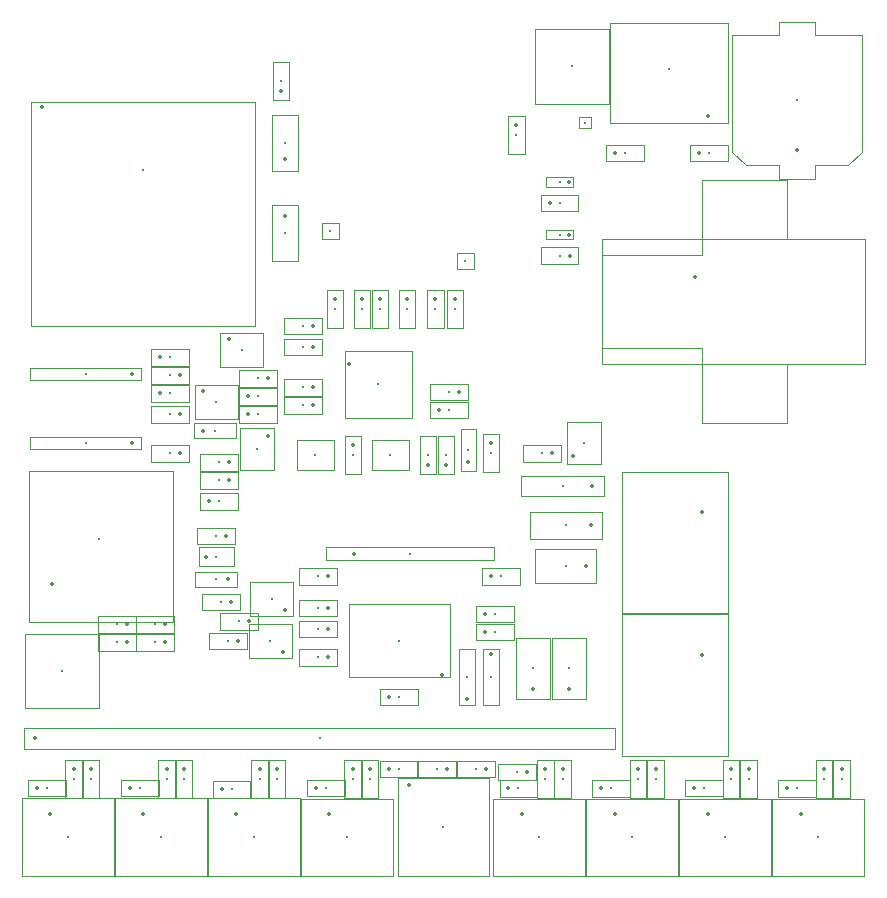
<source format=gbr>
%TF.GenerationSoftware,KiCad,Pcbnew,(6.0.8)*%
%TF.CreationDate,2023-02-21T13:27:12+03:00*%
%TF.ProjectId,ESP32-DEVKIT-L,45535033-322d-4444-9556-4b49542d4c2e,1*%
%TF.SameCoordinates,PX4260300PY8558f68*%
%TF.FileFunction,Component,L1,Top*%
%TF.FilePolarity,Positive*%
%FSLAX46Y46*%
G04 Gerber Fmt 4.6, Leading zero omitted, Abs format (unit mm)*
G04 Created by KiCad (PCBNEW (6.0.8)) date 2023-02-21 13:27:12*
%MOMM*%
%LPD*%
G01*
G04 APERTURE LIST*
%TA.AperFunction,ComponentMain*%
%ADD10C,0.300000*%
%TD*%
%TA.AperFunction,ComponentOutline,Footprint*%
%ADD11C,0.100000*%
%TD*%
%TA.AperFunction,ComponentPin*%
%ADD12C,0.000000*%
%TD*%
%TA.AperFunction,ComponentOutline,Courtyard*%
%ADD13C,0.100000*%
%TD*%
%TA.AperFunction,ComponentPin*%
%ADD14P,0.360000X4X0.000000*%
%TD*%
G04 APERTURE END LIST*
D10*
%TO.C,"MH2"*%
%TO.CFtp,"Mounting_hole_Shield_3.3mm"*%
%TO.CVal,"Mounting_hole_Shield_3.3mm"*%
%TO.CLbN,"OLIMEX_Other-FP"*%
%TO.CMnt,TH*%
%TO.CRot,0*%
X3552000Y17524000D03*
D11*
X402000Y20674000D02*
X402000Y14374000D01*
X6702000Y14374000D01*
X6702000Y20674000D01*
X402000Y20674000D01*
D12*
%TO.P,"MH2","GND1","GND1"*%
X5203000Y19175000D03*
X1901000Y15746000D03*
X5203000Y15873000D03*
X3552000Y15111000D03*
X1139000Y17524000D03*
X3552000Y19937000D03*
X5965000Y17524000D03*
X1901000Y19175000D03*
X3552000Y17524000D03*
%TD*%
D10*
%TO.C,"C5"*%
%TO.CFtp,"0603"*%
%TO.CVal,"22uF/6.3V/20\u0025/X5R/C0603"*%
%TO.CLbN,"Capacitors"*%
%TO.CMnt,SMD*%
%TO.CRot,90*%
X36064000Y35812000D03*
D13*
X36762499Y34214341D02*
X35365501Y34214341D01*
X35365501Y37409659D01*
X36762499Y37409659D01*
X36762499Y34214341D01*
D14*
%TO.P,"C5","1"*%
X36064000Y34963640D03*
D12*
%TO.P,"C5","2"*%
X36064000Y36660360D03*
%TD*%
D10*
%TO.C,"C6"*%
%TO.CFtp,"0603"*%
%TO.CVal,"22uF/6.3V/20\u0025/X5R/C0603"*%
%TO.CLbN,"Capacitors"*%
%TO.CMnt,SMD*%
%TO.CRot,90*%
X34540000Y35812000D03*
D13*
X35238499Y34214341D02*
X33841501Y34214341D01*
X33841501Y37409659D01*
X35238499Y37409659D01*
X35238499Y34214341D01*
D14*
%TO.P,"C6","1"*%
X34540000Y34963640D03*
D12*
%TO.P,"C6","2"*%
X34540000Y36660360D03*
%TD*%
D10*
%TO.C,"C24"*%
%TO.CFtp,"0805"*%
%TO.CVal,"47uF/6.3V/20\u0025/X5R/C0805"*%
%TO.CLbN,"Capacitors"*%
%TO.CMnt,SMD*%
%TO.CRot,0*%
X16633000Y27176000D03*
D13*
X18131599Y26378441D02*
X15134401Y26378441D01*
X15134401Y27973559D01*
X18131599Y27973559D01*
X18131599Y26378441D01*
D14*
%TO.P,"C24","1"*%
X15733840Y27176000D03*
D12*
%TO.P,"C24","2"*%
X17532160Y27176000D03*
%TD*%
D10*
%TO.C,"C12"*%
%TO.CFtp,"0603"*%
%TO.CVal,"100nF/50V/20\u0025/Y5V/C0603"*%
%TO.CLbN,"Capacitors"*%
%TO.CMnt,SMD*%
%TO.CRot,-90*%
X36826000Y48131000D03*
D13*
X37524499Y46533341D02*
X36127501Y46533341D01*
X36127501Y49728659D01*
X37524499Y49728659D01*
X37524499Y46533341D01*
D14*
%TO.P,"C12","1"*%
X36826000Y48979360D03*
D12*
%TO.P,"C12","2"*%
X36826000Y47282640D03*
%TD*%
D10*
%TO.C,"C13"*%
%TO.CFtp,"0603"*%
%TO.CVal,"22uF/6.3V/20\u0025/X5R/C0603"*%
%TO.CLbN,"Capacitors"*%
%TO.CMnt,SMD*%
%TO.CRot,-90*%
X39874000Y35939000D03*
D13*
X40572499Y34341341D02*
X39175501Y34341341D01*
X39175501Y37536659D01*
X40572499Y37536659D01*
X40572499Y34341341D01*
D14*
%TO.P,"C13","1"*%
X39874000Y36787360D03*
D12*
%TO.P,"C13","2"*%
X39874000Y35090640D03*
%TD*%
D10*
%TO.C,"C14"*%
%TO.CFtp,"0603"*%
%TO.CVal,"100nF/50V/20\u0025/Y5V/C0603"*%
%TO.CLbN,"Capacitors"*%
%TO.CMnt,SMD*%
%TO.CRot,-90*%
X28190000Y35812000D03*
D13*
X28888499Y34214341D02*
X27491501Y34214341D01*
X27491501Y37409659D01*
X28888499Y37409659D01*
X28888499Y34214341D01*
D14*
%TO.P,"C14","1"*%
X28190000Y36660360D03*
D12*
%TO.P,"C14","2"*%
X28190000Y34963640D03*
%TD*%
D10*
%TO.C,"C15"*%
%TO.CFtp,"0603"*%
%TO.CVal,"100nF/50V/20\u0025/Y5V/C0603"*%
%TO.CLbN,"Capacitors"*%
%TO.CMnt,SMD*%
%TO.CRot,-90*%
X35175000Y48131000D03*
D13*
X35873499Y46533341D02*
X34476501Y46533341D01*
X34476501Y49728659D01*
X35873499Y49728659D01*
X35873499Y46533341D01*
D14*
%TO.P,"C15","1"*%
X35175000Y48979360D03*
D12*
%TO.P,"C15","2"*%
X35175000Y47282640D03*
%TD*%
D10*
%TO.C,"C16"*%
%TO.CFtp,"0603"*%
%TO.CVal,"100nF/50V/20\u0025/Y5V/C0603"*%
%TO.CLbN,"Capacitors"*%
%TO.CMnt,SMD*%
%TO.CRot,180*%
X23999000Y44956000D03*
D13*
X25596659Y44257501D02*
X22401341Y44257501D01*
X22401341Y45654499D01*
X25596659Y45654499D01*
X25596659Y44257501D01*
D14*
%TO.P,"C16","1"*%
X24847360Y44956000D03*
D12*
%TO.P,"C16","2"*%
X23150640Y44956000D03*
%TD*%
D10*
%TO.C,"C17"*%
%TO.CFtp,"0603"*%
%TO.CVal,"2.2uF/6.3V/10\u0025/X5R/C0603"*%
%TO.CLbN,"Capacitors"*%
%TO.CMnt,SMD*%
%TO.CRot,180*%
X23999000Y40003000D03*
D13*
X25596659Y39304501D02*
X22401341Y39304501D01*
X22401341Y40701499D01*
X25596659Y40701499D01*
X25596659Y39304501D01*
D14*
%TO.P,"C17","1"*%
X24847360Y40003000D03*
D12*
%TO.P,"C17","2"*%
X23150640Y40003000D03*
%TD*%
D10*
%TO.C,"C18"*%
%TO.CFtp,"0603"*%
%TO.CVal,"100nF/50V/20\u0025/Y5V/C0603"*%
%TO.CLbN,"Capacitors"*%
%TO.CMnt,SMD*%
%TO.CRot,180*%
X23999000Y41527000D03*
D13*
X25596659Y40828501D02*
X22401341Y40828501D01*
X22401341Y42225499D01*
X25596659Y42225499D01*
X25596659Y40828501D01*
D14*
%TO.P,"C18","1"*%
X24847360Y41527000D03*
D12*
%TO.P,"C18","2"*%
X23150640Y41527000D03*
%TD*%
D10*
%TO.C,"C20"*%
%TO.CFtp,"0603"*%
%TO.CVal,"NA(10uF/6.3V/20\u0025/X5R/C0603)"*%
%TO.CLbN,"Capacitors"*%
%TO.CMnt,SMD*%
%TO.CRot,180*%
X36318000Y41146000D03*
D13*
X37915659Y40447501D02*
X34720341Y40447501D01*
X34720341Y41844499D01*
X37915659Y41844499D01*
X37915659Y40447501D01*
D14*
%TO.P,"C20","1"*%
X37166360Y41146000D03*
D12*
%TO.P,"C20","2"*%
X35469640Y41146000D03*
%TD*%
D10*
%TO.C,"L2"*%
%TO.CFtp,"L_0805_5MIL_DWS"*%
%TO.CVal,"FB0805/600R/2A"*%
%TO.CLbN,"OLIMEX_RLC-FP"*%
%TO.CMnt,SMD*%
%TO.CRot,90*%
X37969000Y36193000D03*
D11*
X37334000Y34415000D02*
X38604000Y34415000D01*
X38604000Y37971000D01*
X37334000Y37971000D01*
X37334000Y34415000D01*
D14*
%TO.P,"L2","1","1"*%
X37969000Y35177000D03*
D12*
%TO.P,"L2","2","2"*%
X37969000Y37209000D03*
%TD*%
D10*
%TO.C,"L3"*%
%TO.CFtp,"L_0805_5MIL_DWS"*%
%TO.CVal,"FB0805/600R/2A"*%
%TO.CLbN,"OLIMEX_RLC-FP"*%
%TO.CMnt,SMD*%
%TO.CRot,180*%
X16633000Y25271000D03*
D11*
X18411000Y24636000D02*
X18411000Y25906000D01*
X14855000Y25906000D01*
X14855000Y24636000D01*
X18411000Y24636000D01*
D14*
%TO.P,"L3","1","1"*%
X17649000Y25271000D03*
D12*
%TO.P,"L3","2","2"*%
X15617000Y25271000D03*
%TD*%
D10*
%TO.C,"PWRLED1"*%
%TO.CFtp,"LED_0603_KA"*%
%TO.CVal,"LED/RED/0603"*%
%TO.CLbN,"OLIMEX_LEDs-FP"*%
%TO.CMnt,SMD*%
%TO.CRot,180*%
X45699500Y54455000D03*
D11*
X46861500Y54055000D02*
X46861500Y54855000D01*
X44537500Y54855000D01*
X44537500Y54055000D01*
X46861500Y54055000D01*
D14*
%TO.P,"PWRLED1","1","K"*%
X46461500Y54455000D03*
D12*
%TO.P,"PWRLED1","2","A"*%
X44937500Y54455000D03*
%TD*%
D10*
%TO.C,"R51"*%
%TO.CFtp,"0603"*%
%TO.CVal,"220R/R0603"*%
%TO.CLbN,"Resistors"*%
%TO.CMnt,SMD*%
%TO.CRot,0*%
X12696000Y44067000D03*
D13*
X14293659Y43368501D02*
X11098341Y43368501D01*
X11098341Y44765499D01*
X14293659Y44765499D01*
X14293659Y43368501D01*
D14*
%TO.P,"R51","1"*%
X11847640Y44067000D03*
D12*
%TO.P,"R51","2"*%
X13544360Y44067000D03*
%TD*%
D10*
%TO.C,"R5"*%
%TO.CFtp,"0603"*%
%TO.CVal,"330R/R0603"*%
%TO.CLbN,"Resistors"*%
%TO.CMnt,SMD*%
%TO.CRot,90*%
X22094000Y67435000D03*
D13*
X22792499Y65837341D02*
X21395501Y65837341D01*
X21395501Y69032659D01*
X22792499Y69032659D01*
X22792499Y65837341D01*
D14*
%TO.P,"R5","1"*%
X22094000Y66586640D03*
D12*
%TO.P,"R5","2"*%
X22094000Y68283360D03*
%TD*%
D10*
%TO.C,"R6"*%
%TO.CFtp,"0603"*%
%TO.CVal,"330R/R0603"*%
%TO.CLbN,"Resistors"*%
%TO.CMnt,SMD*%
%TO.CRot,-90*%
X42033000Y62863000D03*
D13*
X42731499Y61265341D02*
X41334501Y61265341D01*
X41334501Y64460659D01*
X42731499Y64460659D01*
X42731499Y61265341D01*
D14*
%TO.P,"R6","1"*%
X42033000Y63711360D03*
D12*
%TO.P,"R6","2"*%
X42033000Y62014640D03*
%TD*%
D10*
%TO.C,"R7"*%
%TO.CFtp,"0603"*%
%TO.CVal,"49.9R/1\u0025/R0603"*%
%TO.CLbN,"Resistors"*%
%TO.CMnt,SMD*%
%TO.CRot,-90*%
X28952000Y48131000D03*
D13*
X29650499Y46533341D02*
X28253501Y46533341D01*
X28253501Y49728659D01*
X29650499Y49728659D01*
X29650499Y46533341D01*
D14*
%TO.P,"R7","1"*%
X28952000Y48979360D03*
D12*
%TO.P,"R7","2"*%
X28952000Y47282640D03*
%TD*%
D10*
%TO.C,"R8"*%
%TO.CFtp,"0603"*%
%TO.CVal,"49.9R/1\u0025/R0603"*%
%TO.CLbN,"Resistors"*%
%TO.CMnt,SMD*%
%TO.CRot,-90*%
X26666000Y48131000D03*
D13*
X27364499Y46533341D02*
X25967501Y46533341D01*
X25967501Y49728659D01*
X27364499Y49728659D01*
X27364499Y46533341D01*
D14*
%TO.P,"R8","1"*%
X26666000Y48979360D03*
D12*
%TO.P,"R8","2"*%
X26666000Y47282640D03*
%TD*%
D10*
%TO.C,"R9"*%
%TO.CFtp,"0603"*%
%TO.CVal,"49.9R/1\u0025/R0603"*%
%TO.CLbN,"Resistors"*%
%TO.CMnt,SMD*%
%TO.CRot,-90*%
X32762000Y48131000D03*
D13*
X33460499Y46533341D02*
X32063501Y46533341D01*
X32063501Y49728659D01*
X33460499Y49728659D01*
X33460499Y46533341D01*
D14*
%TO.P,"R9","1"*%
X32762000Y48979360D03*
D12*
%TO.P,"R9","2"*%
X32762000Y47282640D03*
%TD*%
D10*
%TO.C,"R10"*%
%TO.CFtp,"0603"*%
%TO.CVal,"49.9R/1\u0025/R0603"*%
%TO.CLbN,"Resistors"*%
%TO.CMnt,SMD*%
%TO.CRot,-90*%
X30476000Y48131000D03*
D13*
X31174499Y46533341D02*
X29777501Y46533341D01*
X29777501Y49728659D01*
X31174499Y49728659D01*
X31174499Y46533341D01*
D14*
%TO.P,"R10","1"*%
X30476000Y48979360D03*
D12*
%TO.P,"R10","2"*%
X30476000Y47282640D03*
%TD*%
D10*
%TO.C,"R11"*%
%TO.CFtp,"0603"*%
%TO.CVal,"10k/R0603"*%
%TO.CLbN,"Resistors"*%
%TO.CMnt,SMD*%
%TO.CRot,0*%
X32127000Y15301500D03*
D13*
X33724659Y14603001D02*
X30529341Y14603001D01*
X30529341Y15999999D01*
X33724659Y15999999D01*
X33724659Y14603001D01*
D14*
%TO.P,"R11","1"*%
X31278640Y15301500D03*
D12*
%TO.P,"R11","2"*%
X32975360Y15301500D03*
%TD*%
D10*
%TO.C,"R18"*%
%TO.CFtp,"0603"*%
%TO.CVal,"10k/R0603"*%
%TO.CLbN,"Resistors"*%
%TO.CMnt,SMD*%
%TO.CRot,0*%
X36318000Y39625000D03*
D13*
X37915659Y38926501D02*
X34720341Y38926501D01*
X34720341Y40323499D01*
X37915659Y40323499D01*
X37915659Y38926501D01*
D14*
%TO.P,"R18","1"*%
X35469640Y39625000D03*
D12*
%TO.P,"R18","2"*%
X37166360Y39625000D03*
%TD*%
D10*
%TO.C,"R19"*%
%TO.CFtp,"0603"*%
%TO.CVal,"12.1k/1\u0025/R0603"*%
%TO.CLbN,"Resistors"*%
%TO.CMnt,SMD*%
%TO.CRot,180*%
X23999000Y46734000D03*
D13*
X25596659Y46035501D02*
X22401341Y46035501D01*
X22401341Y47432499D01*
X25596659Y47432499D01*
X25596659Y46035501D01*
D14*
%TO.P,"R19","1"*%
X24847360Y46734000D03*
D12*
%TO.P,"R19","2"*%
X23150640Y46734000D03*
%TD*%
D10*
%TO.C,"R12"*%
%TO.CFtp,"0603"*%
%TO.CVal,"10k/R0603"*%
%TO.CLbN,"Resistors"*%
%TO.CMnt,SMD*%
%TO.CRot,0*%
X40255000Y20826000D03*
D13*
X41852659Y20127501D02*
X38657341Y20127501D01*
X38657341Y21524499D01*
X41852659Y21524499D01*
X41852659Y20127501D01*
D14*
%TO.P,"R12","1"*%
X39406640Y20826000D03*
D12*
%TO.P,"R12","2"*%
X41103360Y20826000D03*
%TD*%
D10*
%TO.C,"R15"*%
%TO.CFtp,"0603"*%
%TO.CVal,"1k/R0603"*%
%TO.CLbN,"Resistors"*%
%TO.CMnt,SMD*%
%TO.CRot,180*%
X25269000Y22858000D03*
D13*
X26866659Y22159501D02*
X23671341Y22159501D01*
X23671341Y23556499D01*
X26866659Y23556499D01*
X26866659Y22159501D01*
D14*
%TO.P,"R15","1"*%
X26117360Y22858000D03*
D12*
%TO.P,"R15","2"*%
X24420640Y22858000D03*
%TD*%
D10*
%TO.C,"RM2"*%
%TO.CFtp,"R_MATRIX_4"*%
%TO.CVal,"RA1206_(4X0603)_4B8_2.2k"*%
%TO.CLbN,"OLIMEX_RLC-FP"*%
%TO.CMnt,SMD*%
%TO.CRot,0*%
X25015000Y35812000D03*
D11*
X23427500Y37082000D02*
X23427500Y34542000D01*
X26602500Y34542000D01*
X26602500Y37082000D01*
X23427500Y37082000D01*
D12*
%TO.P,"RM2","1.1"*%
X23745000Y35050000D03*
%TO.P,"RM2","1.2"*%
X23745000Y36574000D03*
%TO.P,"RM2","2.1"*%
X24634000Y35050000D03*
%TO.P,"RM2","2.2"*%
X24634000Y36574000D03*
%TO.P,"RM2","3.1"*%
X25396000Y35050000D03*
%TO.P,"RM2","3.2"*%
X25396000Y36574000D03*
%TO.P,"RM2","4.1"*%
X26285000Y35050000D03*
%TO.P,"RM2","4.2"*%
X26285000Y36574000D03*
%TD*%
D10*
%TO.C,"RM1"*%
%TO.CFtp,"R_MATRIX_4"*%
%TO.CVal,"RA1206_(4X0603)_4B8_2.2k"*%
%TO.CLbN,"OLIMEX_RLC-FP"*%
%TO.CMnt,SMD*%
%TO.CRot,180*%
X31365000Y35812000D03*
D11*
X32952500Y34542000D02*
X32952500Y37082000D01*
X29777500Y37082000D01*
X29777500Y34542000D01*
X32952500Y34542000D01*
D12*
%TO.P,"RM1","1.1"*%
X32635000Y36574000D03*
%TO.P,"RM1","1.2"*%
X32635000Y35050000D03*
%TO.P,"RM1","2.1"*%
X31746000Y36574000D03*
%TO.P,"RM1","2.2"*%
X31746000Y35050000D03*
%TO.P,"RM1","3.1"*%
X30984000Y36574000D03*
%TO.P,"RM1","3.2"*%
X30984000Y35050000D03*
%TO.P,"RM1","4.1"*%
X30095000Y36574000D03*
%TO.P,"RM1","4.2"*%
X30095000Y35050000D03*
%TD*%
D10*
%TO.C,"U7"*%
%TO.CFtp,"ESP-WROOM-32_MODULE"*%
%TO.CVal,"ESP32-WROOM-32D-4MB"*%
%TO.CLbN,"OLIMEX_Cases-FP"*%
%TO.CMnt,TH*%
%TO.CRot,0*%
X10410000Y59942000D03*
D11*
X910000Y65702000D02*
X910000Y46742000D01*
X19910000Y46742000D01*
X19910000Y65702000D01*
X910000Y65702000D01*
D14*
%TO.P,"U7","1","GND"*%
X1910000Y65252000D03*
D12*
%TO.P,"U7","2","3V3"*%
X1910000Y63982000D03*
%TO.P,"U7","3","EN"*%
X1910000Y62712000D03*
%TO.P,"U7","4","GPI36/SENSOR_VP/ADC_H/ADC1_CH0/RTC_GPIO0"*%
X1910000Y61442000D03*
%TO.P,"U7","5","GPI39/SENSOR_VN/ADC1_CH3/ADC_H/RTC_GPIO3"*%
X1910000Y60172000D03*
%TO.P,"U7","6","GPI34/ADC1_CH6/RTC_GPIO4"*%
X1910000Y58902000D03*
%TO.P,"U7","7","GPI35/ADC1_CH7/RTC_GPIO5"*%
X1910000Y57632000D03*
%TO.P,"U7","8","GPIO32/XTAL_32K_P/ADC1_CH4/TOUCH9/RTC_GPIO9"*%
X1910000Y56362000D03*
%TO.P,"U7","9","GPIO33/XTAL_32K_N/ADC1_CH5/TOUCH8/RTC_GPIO8"*%
X1910000Y55092000D03*
%TO.P,"U7","10","GPIO25/DAC_1/ADC2_CH8/RTC_GPIO6/EMAC_RXD0"*%
X1910000Y53822000D03*
%TO.P,"U7","11","GPIO26/DAC_2/ADC2_CH9/RTC_GPIO7/EMAC_RXD1"*%
X1910000Y52552000D03*
%TO.P,"U7","12","GPIO27/ADC2_CH7/TOUCH7/RTC_GPIO17/EMAC_RX_DV"*%
X1910000Y51282000D03*
%TO.P,"U7","13","GPIO14/ADC2_CH6/TOUCH6/RTC_GPIO16/MTMS/HSPICLK/HS2_CLK/SD_CLK/EMAC_TXD2"*%
X1910000Y50012000D03*
%TO.P,"U7","14","GPIO12/ADC2_CH5/TOUCH5/RTC_GPIO15/MTDI/HSPIQ/HS2_DATA2/SD_DATA2/EMAC_TXD3"*%
X1910000Y48742000D03*
%TO.P,"U7","15","GND"*%
X4710000Y47742000D03*
%TO.P,"U7","16","GPIO13/ADC2_CH4/TOUCH4/RTC_GPIO14/MTCK/HSPID/HS2_DATA3/SD_DATA3/EMAC_RX_ER"*%
X5980000Y47742000D03*
%TO.P,"U7","17","GPIO9/SD_DATA2/SPIHD/HS1_DATA2/U1RXD"*%
X7250000Y47742000D03*
%TO.P,"U7","18","GPIO10/SD_DATA3/SPIWP/HS1_DATA3/U1TXD"*%
X8520000Y47742000D03*
%TO.P,"U7","19","GPIO11/SD_CMD/SPICS0/HS1_CMD/U1RTS"*%
X9790000Y47742000D03*
%TO.P,"U7","20","GPIO6/SD_CLK/SPICLK/HS1_CLK/U1CTS"*%
X11060000Y47742000D03*
%TO.P,"U7","21","GPIO7/SD_DATA0/SPIQ/HS1_DATA0/U2RTS"*%
X12330000Y47742000D03*
%TO.P,"U7","22","GPIO8/SD_DATA1/SPID/HS1_DATA1/U2CTS"*%
X13600000Y47742000D03*
%TO.P,"U7","23","GPIO15/ADC2_CH3/TOUCH3/MTDO/HSPICS0/RTC_GPIO13/HS2_CMD/SD_CMD/EMAC_RXD3"*%
X14870000Y47742000D03*
%TO.P,"U7","24","GPIO2/ADC2_CH2/TOUCH2/RTC_GPIO12/HSPIWP/HS2_DATA0/SD_DATA0"*%
X16140000Y47742000D03*
%TO.P,"U7","25","GPIO0/ADC2_CH1/TOUCH1/RTC_GPIO11/CLK_OUT1/EMAC_TX_CLK"*%
X18910000Y48742000D03*
%TO.P,"U7","26","GPIO4/ADC2_CH0/TOUCH0/RTC_GPIO10/HSPIHD/HS2_DATA1/SD_DATA1/EMAC_TX_ER"*%
X18910000Y50012000D03*
%TO.P,"U7","27","GPIO16/HS1_DATA4/U2RXD/EMAC_CLK_OUT"*%
X18910000Y51282000D03*
%TO.P,"U7","28","GPIO17/HS1_DATA5/U2TXD/EMAC_CLK_OUT_180"*%
X18910000Y52552000D03*
%TO.P,"U7","29","GPIO5/VSPICS0/HS1_DATA6/EMAC_RX_CLK"*%
X18910000Y53822000D03*
%TO.P,"U7","30","GPIO18/VSPICLK/HS1_DATA7"*%
X18910000Y55092000D03*
%TO.P,"U7","31","GPIO19/VSPIQ/U0CTS/EMAC_TXD0"*%
X18910000Y56362000D03*
%TO.P,"U7","32","NC"*%
X18910000Y57632000D03*
%TO.P,"U7","33","GPIO21/VSPIHD/EMAC_TX_EN"*%
X18910000Y58902000D03*
%TO.P,"U7","34","GPIO3/U0RXD/CLK_OUT2"*%
X18910000Y60172000D03*
%TO.P,"U7","35","GPIO1/U0TXD/CLK_OUT3/EMAC_RXD2"*%
X18910000Y61442000D03*
%TO.P,"U7","36","GPIO22/VSPIWP/U0RTS/EMAC_TXD1"*%
X18910000Y62712000D03*
%TO.P,"U7","37","GPIO23/VSPID/HS1_STROBE"*%
X18910000Y63982000D03*
%TO.P,"U7","38","GND"*%
X18910000Y65252000D03*
%TO.P,"U7","39","THERMAL_PAD"*%
X11210000Y57742000D03*
X7610000Y59542000D03*
X11210000Y59542000D03*
X9410000Y57742000D03*
X11210000Y55942000D03*
X7610000Y55942000D03*
X9410000Y57742000D03*
X9410000Y55942000D03*
X7610000Y57742000D03*
X9410000Y59542000D03*
%TD*%
D10*
%TO.C,"U4"*%
%TO.CFtp,"QFN32_EP(33)_5.00x5.00x0.90mm_Pitch_0.50mm"*%
%TO.CVal,"LAN8710A-EZC(QFN32)"*%
%TO.CLbN,"OLIMEX_IC-FP"*%
%TO.CMnt,SMD*%
%TO.CRot,-90*%
X30349000Y41781000D03*
D11*
X33199000Y44631000D02*
X27499000Y44631000D01*
X27499000Y38931000D01*
X33199000Y38931000D01*
X33199000Y44631000D01*
D14*
%TO.P,"U4","1","VDD2A"*%
X27899000Y43531000D03*
D12*
%TO.P,"U4","2","LED2/NINTSEL"*%
X27899000Y43031000D03*
%TO.P,"U4","3","LED1/REGOFF"*%
X27899000Y42531000D03*
%TO.P,"U4","4","XTAL2"*%
X27899000Y42031000D03*
%TO.P,"U4","5","XTAL1/CLKIN"*%
X27899000Y41531000D03*
%TO.P,"U4","6","VDDCR"*%
X27899000Y41031000D03*
%TO.P,"U4","7","RXCLK/PHYAD1"*%
X27899000Y40531000D03*
%TO.P,"U4","8","RXD3/PHYAD2"*%
X27899000Y40031000D03*
%TO.P,"U4","9","RXD2/RMIISEL"*%
X28599000Y39331000D03*
%TO.P,"U4","10","RXD1/MODE1"*%
X29099000Y39331000D03*
%TO.P,"U4","11","RXD0/MODE0"*%
X29599000Y39331000D03*
%TO.P,"U4","12","VDDIO"*%
X30099000Y39331000D03*
%TO.P,"U4","13","RXER/RXD4/PHYAD0"*%
X30599000Y39331000D03*
%TO.P,"U4","14","CRS"*%
X31099000Y39331000D03*
%TO.P,"U4","15","COL/CRS_DV/MODE2"*%
X31599000Y39331000D03*
%TO.P,"U4","16","MDIO"*%
X32099000Y39331000D03*
%TO.P,"U4","17","MDC"*%
X32799000Y40031000D03*
%TO.P,"U4","18","NINT/TXER/TXD4"*%
X32799000Y40531000D03*
%TO.P,"U4","19","NRST"*%
X32799000Y41031000D03*
%TO.P,"U4","20","TXCLK"*%
X32799000Y41531000D03*
%TO.P,"U4","21","TXEN"*%
X32799000Y42031000D03*
%TO.P,"U4","22","TXD0"*%
X32799000Y42531000D03*
%TO.P,"U4","23","TXD1"*%
X32799000Y43031000D03*
%TO.P,"U4","24","TXD2"*%
X32799000Y43531000D03*
%TO.P,"U4","25","TXD3"*%
X32099000Y44231000D03*
%TO.P,"U4","26","RXDV"*%
X31599000Y44231000D03*
%TO.P,"U4","27","VDD1A"*%
X31099000Y44231000D03*
%TO.P,"U4","28","TXN"*%
X30599000Y44231000D03*
%TO.P,"U4","29","TXP"*%
X30099000Y44231000D03*
%TO.P,"U4","30","RXN"*%
X29599000Y44231000D03*
%TO.P,"U4","31","RXP"*%
X29099000Y44231000D03*
%TO.P,"U4","32","RBIAS"*%
X28599000Y44231000D03*
%TO.P,"U4","33","GND"*%
X31649000Y42281000D03*
X30849000Y43081000D03*
X29849000Y43081000D03*
X30349000Y41781000D03*
X31649000Y41281000D03*
X29049000Y41281000D03*
X30849000Y40481000D03*
X30349000Y41781000D03*
X29049000Y42281000D03*
X29849000Y40481000D03*
%TD*%
D10*
%TO.C,"MICRO_SD1"*%
%TO.CFtp,"TFC-WXCP11-08-LF"*%
%TO.CVal,"TFC-WXCP11-08-LF"*%
%TO.CLbN,"OLIMEX_Connectors-FP"*%
%TO.CMnt,SMD*%
%TO.CRot,180*%
X6727000Y28700000D03*
D11*
X13007000Y21680000D02*
X13007000Y34440000D01*
X807000Y34440000D01*
X807000Y21680000D01*
X13007000Y21680000D01*
D14*
%TO.P,"MICRO_SD1","1","DAT2/RES"*%
X2727000Y24850000D03*
D12*
%TO.P,"MICRO_SD1","2","CD/DAT3/CS"*%
X2727000Y25950000D03*
%TO.P,"MICRO_SD1","3","CMD/DI"*%
X2727000Y27050000D03*
%TO.P,"MICRO_SD1","4","VDD"*%
X2727000Y28150000D03*
%TO.P,"MICRO_SD1","5","CLK/SCLK"*%
X2727000Y29250000D03*
%TO.P,"MICRO_SD1","6","VSS"*%
X2727000Y30350000D03*
%TO.P,"MICRO_SD1","7","DAT0/DO"*%
X2727000Y31450000D03*
%TO.P,"MICRO_SD1","8","DAT1/RES"*%
X2727000Y32550000D03*
%TO.P,"MICRO_SD1","FID1"*%
X1007000Y21880000D03*
%TO.P,"MICRO_SD1","FID2"*%
X12807000Y22970000D03*
%TO.P,"MICRO_SD1","FID3"*%
X12807000Y34240000D03*
%TO.P,"MICRO_SD1","FID4"*%
X1007000Y34240000D03*
%TO.P,"MICRO_SD1","SH1","PACK1"*%
X11977000Y31610000D03*
%TO.P,"MICRO_SD1","SH2","PACK2"*%
X11977000Y25550000D03*
%TD*%
D10*
%TO.C,"R41"*%
%TO.CFtp,"0603"*%
%TO.CVal,"10R/R0603"*%
%TO.CLbN,"Resistors"*%
%TO.CMnt,SMD*%
%TO.CRot,180*%
X16633000Y28954000D03*
D13*
X18230659Y28255501D02*
X15035341Y28255501D01*
X15035341Y29652499D01*
X18230659Y29652499D01*
X18230659Y28255501D01*
D14*
%TO.P,"R41","1"*%
X17481360Y28954000D03*
D12*
%TO.P,"R41","2"*%
X15784640Y28954000D03*
%TD*%
D10*
%TO.C,"BUT1"*%
%TO.CFtp,"T1107A(6x3\u002C8x2\u002C5MM)"*%
%TO.CVal,"T1107A(6x3\u002C8x2\u002C5MM)"*%
%TO.CLbN,"OLIMEX_Buttons-FP"*%
%TO.CMnt,SMD*%
%TO.CRot,180*%
X5584000Y42670000D03*
D11*
X10283000Y42162000D02*
X10283000Y43178000D01*
X885000Y43178000D01*
X885000Y42162000D01*
X10283000Y42162000D01*
D14*
%TO.P,"BUT1","1"*%
X9521000Y42670000D03*
D12*
%TO.P,"BUT1","2"*%
X1647000Y42670000D03*
%TD*%
D10*
%TO.C,"RST1"*%
%TO.CFtp,"T1107A(6x3\u002C8x2\u002C5MM)"*%
%TO.CVal,"T1107A(6x3\u002C8x2\u002C5MM)"*%
%TO.CLbN,"OLIMEX_Buttons-FP"*%
%TO.CMnt,SMD*%
%TO.CRot,180*%
X5584000Y36828000D03*
D11*
X10283000Y36320000D02*
X10283000Y37336000D01*
X885000Y37336000D01*
X885000Y36320000D01*
X10283000Y36320000D01*
D14*
%TO.P,"RST1","1"*%
X9521000Y36828000D03*
D12*
%TO.P,"RST1","2"*%
X1647000Y36828000D03*
%TD*%
D10*
%TO.C,"C3"*%
%TO.CFtp,"1206"*%
%TO.CVal,"1nF/2000V/10\u0025/X7R/C1206"*%
%TO.CLbN,"Capacitors"*%
%TO.CMnt,SMD*%
%TO.CRot,-90*%
X22475000Y54608000D03*
D13*
X23574819Y52210241D02*
X21375181Y52210241D01*
X21375181Y57005759D01*
X23574819Y57005759D01*
X23574819Y52210241D01*
D14*
%TO.P,"C3","1"*%
X22475000Y56007540D03*
D12*
%TO.P,"C3","2"*%
X22475000Y53208460D03*
%TD*%
D10*
%TO.C,"C4"*%
%TO.CFtp,"1206"*%
%TO.CVal,"NA(1nF/2000V/10\u0025/X7R/C1206)"*%
%TO.CLbN,"Capacitors"*%
%TO.CMnt,SMD*%
%TO.CRot,90*%
X22475000Y62228000D03*
D13*
X23574819Y59830241D02*
X21375181Y59830241D01*
X21375181Y64625759D01*
X23574819Y64625759D01*
X23574819Y59830241D01*
D14*
%TO.P,"C4","1"*%
X22475000Y60828460D03*
D12*
%TO.P,"C4","2"*%
X22475000Y63627540D03*
%TD*%
D10*
%TO.C,"R14"*%
%TO.CFtp,"0603"*%
%TO.CVal,"2.2k/R0603"*%
%TO.CLbN,"Resistors"*%
%TO.CMnt,SMD*%
%TO.CRot,180*%
X45699500Y52677000D03*
D13*
X47297159Y51978501D02*
X44101841Y51978501D01*
X44101841Y53375499D01*
X47297159Y53375499D01*
X47297159Y51978501D01*
D14*
%TO.P,"R14","1"*%
X46547860Y52677000D03*
D12*
%TO.P,"R14","2"*%
X44851140Y52677000D03*
%TD*%
D10*
%TO.C,"C9"*%
%TO.CFtp,"0603"*%
%TO.CVal,"27pF/50V/5\u0025/C0G/C0603"*%
%TO.CLbN,"Capacitors"*%
%TO.CMnt,SMD*%
%TO.CRot,180*%
X25269000Y25525000D03*
D13*
X26866659Y24826501D02*
X23671341Y24826501D01*
X23671341Y26223499D01*
X26866659Y26223499D01*
X26866659Y24826501D01*
D14*
%TO.P,"C9","1"*%
X26117360Y25525000D03*
D12*
%TO.P,"C9","2"*%
X24420640Y25525000D03*
%TD*%
D10*
%TO.C,"C10"*%
%TO.CFtp,"0603"*%
%TO.CVal,"27pF/50V/5\u0025/C0G/C0603"*%
%TO.CLbN,"Capacitors"*%
%TO.CMnt,SMD*%
%TO.CRot,0*%
X40763000Y25525000D03*
D13*
X42360659Y24826501D02*
X39165341Y24826501D01*
X39165341Y26223499D01*
X42360659Y26223499D01*
X42360659Y24826501D01*
D14*
%TO.P,"C10","1"*%
X39914640Y25525000D03*
D12*
%TO.P,"C10","2"*%
X41611360Y25525000D03*
%TD*%
D10*
%TO.C,"C7"*%
%TO.CFtp,"0603"*%
%TO.CVal,"22uF/6.3V/20\u0025/X5R/C0603"*%
%TO.CLbN,"Capacitors"*%
%TO.CMnt,SMD*%
%TO.CRot,180*%
X25269000Y18667000D03*
D13*
X26866659Y17968501D02*
X23671341Y17968501D01*
X23671341Y19365499D01*
X26866659Y19365499D01*
X26866659Y17968501D01*
D14*
%TO.P,"C7","1"*%
X26117360Y18667000D03*
D12*
%TO.P,"C7","2"*%
X24420640Y18667000D03*
%TD*%
D10*
%TO.C,"C8"*%
%TO.CFtp,"0603"*%
%TO.CVal,"100nF/50V/20\u0025/Y5V/C0603"*%
%TO.CLbN,"Capacitors"*%
%TO.CMnt,SMD*%
%TO.CRot,0*%
X40255000Y22350000D03*
D13*
X41852659Y21651501D02*
X38657341Y21651501D01*
X38657341Y23048499D01*
X41852659Y23048499D01*
X41852659Y21651501D01*
D14*
%TO.P,"C8","1"*%
X39406640Y22350000D03*
D12*
%TO.P,"C8","2"*%
X41103360Y22350000D03*
%TD*%
D10*
%TO.C,"D1"*%
%TO.CFtp,"SMA-KA"*%
%TO.CVal,"1N5822/SS34/SMA"*%
%TO.CLbN,"OLIMEX_Diodes-FP"*%
%TO.CMnt,SMD*%
%TO.CRot,180*%
X45970000Y33145000D03*
D11*
X49470000Y32295000D02*
X49470000Y33995000D01*
X42470000Y33995000D01*
X42470000Y32295000D01*
X49470000Y32295000D01*
D14*
%TO.P,"D1","1","K"*%
X48470000Y33145000D03*
D12*
%TO.P,"D1","2","A"*%
X43470000Y33145000D03*
%TD*%
D10*
%TO.C,"FET2"*%
%TO.CFtp,"SOT23"*%
%TO.CVal,"WPM2015-3/TR"*%
%TO.CLbN,"OLIMEX_Transistors-FP"*%
%TO.CMnt,SMD*%
%TO.CRot,-90*%
X47748000Y36828000D03*
D11*
X49200500Y38630360D02*
X46298040Y38630360D01*
X46298040Y35020560D01*
X49200500Y35020560D01*
X49200500Y38630360D01*
D14*
%TO.P,"FET2","1"*%
X46798040Y35720560D03*
D12*
%TO.P,"FET2","2"*%
X48700500Y35720560D03*
%TO.P,"FET2","3"*%
X47745460Y37930360D03*
%TD*%
D10*
%TO.C,"Q1"*%
%TO.CFtp,"Q_49U3HMS"*%
%TO.CVal,"Q12MHz/20pF/30ppm/2P/HC-49SM(SMD)"*%
%TO.CLbN,"OLIMEX_Crystal-FP"*%
%TO.CMnt,SMD*%
%TO.CRot,0*%
X33016000Y27430000D03*
D11*
X25904000Y27980000D02*
X25904000Y26880000D01*
X40128000Y26880000D01*
X40128000Y27980000D01*
X25904000Y27980000D01*
D14*
%TO.P,"Q1","1","1"*%
X28317000Y27430000D03*
D12*
%TO.P,"Q1","2","2"*%
X37715000Y27430000D03*
%TD*%
D10*
%TO.C,"Q2"*%
%TO.CFtp,"SOT23"*%
%TO.CVal,"BC817-40(SOT23)"*%
%TO.CLbN,"OLIMEX_Transistors-FP"*%
%TO.CMnt,SMD*%
%TO.CRot,0*%
X21332000Y23620000D03*
D11*
X19529640Y25072500D02*
X19529640Y22170040D01*
X23139440Y22170040D01*
X23139440Y25072500D01*
X19529640Y25072500D01*
D14*
%TO.P,"Q2","1","B"*%
X22439440Y22670040D03*
D12*
%TO.P,"Q2","2","E"*%
X22439440Y24572500D03*
%TO.P,"Q2","3","C"*%
X20229640Y23617460D03*
%TD*%
D10*
%TO.C,"R13"*%
%TO.CFtp,"0603"*%
%TO.CVal,"1M/R0603"*%
%TO.CLbN,"Resistors"*%
%TO.CMnt,SMD*%
%TO.CRot,180*%
X44192000Y35939000D03*
D13*
X45789659Y35240501D02*
X42594341Y35240501D01*
X42594341Y36637499D01*
X45789659Y36637499D01*
X45789659Y35240501D01*
D14*
%TO.P,"R13","1"*%
X45040360Y35939000D03*
D12*
%TO.P,"R13","2"*%
X43343640Y35939000D03*
%TD*%
D10*
%TO.C,"R16"*%
%TO.CFtp,"0603"*%
%TO.CVal,"1k/R0603"*%
%TO.CLbN,"Resistors"*%
%TO.CMnt,SMD*%
%TO.CRot,180*%
X25269000Y21080000D03*
D13*
X26866659Y20381501D02*
X23671341Y20381501D01*
X23671341Y21778499D01*
X26866659Y21778499D01*
X26866659Y20381501D01*
D14*
%TO.P,"R16","1"*%
X26117360Y21080000D03*
D12*
%TO.P,"R16","2"*%
X24420640Y21080000D03*
%TD*%
D10*
%TO.C,"R52"*%
%TO.CFtp,"0603"*%
%TO.CVal,"10k/R0603"*%
%TO.CLbN,"Resistors"*%
%TO.CMnt,SMD*%
%TO.CRot,180*%
X12696000Y42543000D03*
D13*
X14293659Y41844501D02*
X11098341Y41844501D01*
X11098341Y43241499D01*
X14293659Y43241499D01*
X14293659Y41844501D01*
D14*
%TO.P,"R52","1"*%
X13544360Y42543000D03*
D12*
%TO.P,"R52","2"*%
X11847640Y42543000D03*
%TD*%
D10*
%TO.C,"R53"*%
%TO.CFtp,"0603"*%
%TO.CVal,"NA/R0603"*%
%TO.CLbN,"Resistors"*%
%TO.CMnt,SMD*%
%TO.CRot,0*%
X12696000Y41019000D03*
D13*
X14293659Y40320501D02*
X11098341Y40320501D01*
X11098341Y41717499D01*
X14293659Y41717499D01*
X14293659Y40320501D01*
D14*
%TO.P,"R53","1"*%
X11847640Y41019000D03*
D12*
%TO.P,"R53","2"*%
X13544360Y41019000D03*
%TD*%
D10*
%TO.C,"U3"*%
%TO.CFtp,"SSOP-20W"*%
%TO.CVal,"CH340T(SSOP20W)"*%
%TO.CLbN,"OLIMEX_IC-FP"*%
%TO.CMnt,SMD*%
%TO.CRot,90*%
X32127000Y20064000D03*
D11*
X27872500Y16976500D02*
X36381500Y16976500D01*
X36381500Y23151500D01*
X27872500Y23151500D01*
X27872500Y16976500D01*
D14*
%TO.P,"U3","1"*%
X35746500Y17139000D03*
D12*
%TO.P,"U3","2"*%
X35746500Y17789000D03*
%TO.P,"U3","3","TXD"*%
X35746500Y18439000D03*
%TO.P,"U3","4","RXD"*%
X35746500Y19089000D03*
%TO.P,"U3","5","V3"*%
X35746500Y19739000D03*
%TO.P,"U3","6","UD+"*%
X35746500Y20389000D03*
%TO.P,"U3","7","UD-"*%
X35746500Y21039000D03*
%TO.P,"U3","8","GND"*%
X35746500Y21689000D03*
%TO.P,"U3","9","XI"*%
X35746500Y22339000D03*
%TO.P,"U3","10","XO"*%
X35746500Y22989000D03*
%TO.P,"U3","11","CTS#"*%
X28507500Y22989000D03*
%TO.P,"U3","12","DSR#"*%
X28507500Y22339000D03*
%TO.P,"U3","13","RI#"*%
X28507500Y21689000D03*
%TO.P,"U3","14","DCD#"*%
X28507500Y21039000D03*
%TO.P,"U3","15","DTR#"*%
X28507500Y20389000D03*
%TO.P,"U3","16","RTS#"*%
X28507500Y19739000D03*
%TO.P,"U3","17","IR#"*%
X28507500Y19089000D03*
%TO.P,"U3","18"*%
X28507500Y18439000D03*
%TO.P,"U3","19","VCC"*%
X28507500Y17789000D03*
%TO.P,"U3","20","NOS#"*%
X28507500Y17139000D03*
%TD*%
D10*
%TO.C,"MH1"*%
%TO.CFtp,"Mounting_hole_Shield_3.3mm"*%
%TO.CVal,"Mounting_hole_Shield_3.3mm"*%
%TO.CLbN,"OLIMEX_Other-FP"*%
%TO.CMnt,TH*%
%TO.CRot,0*%
X46732000Y68705000D03*
D11*
X43582000Y71855000D02*
X43582000Y65555000D01*
X49882000Y65555000D01*
X49882000Y71855000D01*
X43582000Y71855000D01*
D12*
%TO.P,"MH1","GND1","GND1"*%
X45081000Y70356000D03*
X45081000Y66927000D03*
X49145000Y68705000D03*
X48383000Y70356000D03*
X44319000Y68705000D03*
X48383000Y67054000D03*
X46732000Y71118000D03*
X46732000Y68705000D03*
X46732000Y66292000D03*
%TD*%
D10*
%TO.C,"CON1"*%
%TO.CFtp,"HN1x20"*%
%TO.CVal,"NA(NH1x20)"*%
%TO.CLbN,"OLIMEX_Connectors-FP"*%
%TO.CMnt,SMD*%
%TO.CRot,0*%
X25396000Y11809000D03*
D11*
X377000Y12698000D02*
X377000Y10920000D01*
X50415000Y10920000D01*
X50415000Y12698000D01*
X377000Y12698000D01*
D14*
%TO.P,"CON1","1"*%
X1266000Y11809000D03*
D12*
%TO.P,"CON1","2"*%
X3806000Y11809000D03*
%TO.P,"CON1","3"*%
X6346000Y11809000D03*
%TO.P,"CON1","4"*%
X8886000Y11809000D03*
%TO.P,"CON1","5"*%
X11426000Y11809000D03*
%TO.P,"CON1","6"*%
X13966000Y11809000D03*
%TO.P,"CON1","7"*%
X16506000Y11809000D03*
%TO.P,"CON1","8"*%
X19046000Y11809000D03*
%TO.P,"CON1","9"*%
X21586000Y11809000D03*
%TO.P,"CON1","10"*%
X24126000Y11809000D03*
%TO.P,"CON1","11"*%
X26666000Y11809000D03*
%TO.P,"CON1","12"*%
X29206000Y11809000D03*
%TO.P,"CON1","13"*%
X31746000Y11809000D03*
%TO.P,"CON1","14"*%
X34286000Y11809000D03*
%TO.P,"CON1","15"*%
X36826000Y11809000D03*
%TO.P,"CON1","16"*%
X39366000Y11809000D03*
%TO.P,"CON1","17"*%
X41906000Y11809000D03*
%TO.P,"CON1","18"*%
X44446000Y11809000D03*
%TO.P,"CON1","19"*%
X46986000Y11809000D03*
%TO.P,"CON1","20"*%
X49526000Y11809000D03*
%TD*%
D10*
%TO.C,"LED1"*%
%TO.CFtp,"LED_0603_KA"*%
%TO.CVal,"LED/GREEN/0603"*%
%TO.CLbN,"OLIMEX_LEDs-FP"*%
%TO.CMnt,SMD*%
%TO.CRot,180*%
X45699500Y58900000D03*
D11*
X46861500Y58500000D02*
X46861500Y59300000D01*
X44537500Y59300000D01*
X44537500Y58500000D01*
X46861500Y58500000D01*
D14*
%TO.P,"LED1","1","K"*%
X46461500Y58900000D03*
D12*
%TO.P,"LED1","2","A"*%
X44937500Y58900000D03*
%TD*%
D10*
%TO.C,"R29"*%
%TO.CFtp,"0603"*%
%TO.CVal,"2.2k/R0603"*%
%TO.CLbN,"Resistors"*%
%TO.CMnt,SMD*%
%TO.CRot,0*%
X45699500Y57122000D03*
D13*
X47297159Y56423501D02*
X44101841Y56423501D01*
X44101841Y57820499D01*
X47297159Y57820499D01*
X47297159Y56423501D01*
D14*
%TO.P,"R29","1"*%
X44851140Y57122000D03*
D12*
%TO.P,"R29","2"*%
X46547860Y57122000D03*
%TD*%
D10*
%TO.C,"R21"*%
%TO.CFtp,"0603"*%
%TO.CVal,"2.2k/R0603"*%
%TO.CLbN,"Resistors"*%
%TO.CMnt,SMD*%
%TO.CRot,180*%
X11426000Y19937000D03*
D13*
X13023659Y19238501D02*
X9828341Y19238501D01*
X9828341Y20635499D01*
X13023659Y20635499D01*
X13023659Y19238501D01*
D14*
%TO.P,"R21","1"*%
X12274360Y19937000D03*
D12*
%TO.P,"R21","2"*%
X10577640Y19937000D03*
%TD*%
D10*
%TO.C,"R23"*%
%TO.CFtp,"0603"*%
%TO.CVal,"2.2k/R0603"*%
%TO.CLbN,"Resistors"*%
%TO.CMnt,SMD*%
%TO.CRot,180*%
X16887000Y35177000D03*
D13*
X18484659Y34478501D02*
X15289341Y34478501D01*
X15289341Y35875499D01*
X18484659Y35875499D01*
X18484659Y34478501D01*
D14*
%TO.P,"R23","1"*%
X17735360Y35177000D03*
D12*
%TO.P,"R23","2"*%
X16038640Y35177000D03*
%TD*%
D10*
%TO.C,"D2"*%
%TO.CFtp,"DO214AA_1(K)-2(A)"*%
%TO.CVal,"SMBJ6.0A(DO-214AA)"*%
%TO.CLbN,"OLIMEX_Diodes-FP"*%
%TO.CMnt,SMD*%
%TO.CRot,180*%
X46224000Y29843000D03*
D11*
X49290000Y28700000D02*
X49290000Y30986000D01*
X43158000Y30986000D01*
X43158000Y28700000D01*
X49290000Y28700000D01*
D14*
%TO.P,"D2","1","K"*%
X48401000Y29843000D03*
D12*
%TO.P,"D2","2","A"*%
X44047000Y29843000D03*
%TD*%
D10*
%TO.C,"FET1"*%
%TO.CFtp,"SOT23"*%
%TO.CVal,"WPM2015-3/TR"*%
%TO.CLbN,"OLIMEX_Transistors-FP"*%
%TO.CMnt,SMD*%
%TO.CRot,90*%
X20062000Y36320000D03*
D11*
X18609500Y34517640D02*
X21511960Y34517640D01*
X21511960Y38127440D01*
X18609500Y38127440D01*
X18609500Y34517640D01*
D14*
%TO.P,"FET1","1"*%
X21011960Y37427440D03*
D12*
%TO.P,"FET1","2"*%
X19109500Y37427440D03*
%TO.P,"FET1","3"*%
X20064540Y35217640D03*
%TD*%
D10*
%TO.C,"R1"*%
%TO.CFtp,"0603"*%
%TO.CVal,"1k/R0603"*%
%TO.CLbN,"Resistors"*%
%TO.CMnt,SMD*%
%TO.CRot,180*%
X20189000Y42289000D03*
D13*
X21786659Y41590501D02*
X18591341Y41590501D01*
X18591341Y42987499D01*
X21786659Y42987499D01*
X21786659Y41590501D01*
D14*
%TO.P,"R1","1"*%
X21037360Y42289000D03*
D12*
%TO.P,"R1","2"*%
X19340640Y42289000D03*
%TD*%
D10*
%TO.C,"L1"*%
%TO.CFtp,"L_0805_5MIL_DWS"*%
%TO.CVal,"FB0805/600R/2A"*%
%TO.CLbN,"OLIMEX_RLC-FP"*%
%TO.CMnt,SMD*%
%TO.CRot,0*%
X16506000Y37844000D03*
D11*
X14728000Y38479000D02*
X14728000Y37209000D01*
X18284000Y37209000D01*
X18284000Y38479000D01*
X14728000Y38479000D01*
D14*
%TO.P,"L1","1","1"*%
X15490000Y37844000D03*
D12*
%TO.P,"L1","2","2"*%
X17522000Y37844000D03*
%TD*%
D10*
%TO.C,"R2"*%
%TO.CFtp,"0603"*%
%TO.CVal,"10k/R0603"*%
%TO.CLbN,"Resistors"*%
%TO.CMnt,SMD*%
%TO.CRot,0*%
X20188999Y39241000D03*
D13*
X21786658Y38542501D02*
X18591340Y38542501D01*
X18591340Y39939499D01*
X21786658Y39939499D01*
X21786658Y38542501D01*
D14*
%TO.P,"R2","1"*%
X19340639Y39241000D03*
D12*
%TO.P,"R2","2"*%
X21037359Y39241000D03*
%TD*%
D10*
%TO.C,"T1"*%
%TO.CFtp,"SOT23"*%
%TO.CVal,"DTC114YKA"*%
%TO.CLbN,"OLIMEX_Transistors-FP"*%
%TO.CMnt,SMD*%
%TO.CRot,180*%
X18792000Y44702000D03*
D11*
X20594360Y43249500D02*
X20594360Y46151960D01*
X16984560Y46151960D01*
X16984560Y43249500D01*
X20594360Y43249500D01*
D14*
%TO.P,"T1","1","B"*%
X17684560Y45651960D03*
D12*
%TO.P,"T1","2","E"*%
X17684560Y43749500D03*
%TO.P,"T1","3","C"*%
X19894360Y44704540D03*
%TD*%
D10*
%TO.C,"C2"*%
%TO.CFtp,"0603"*%
%TO.CVal,"22uF/6.3V/20\u0025/X5R/C0603"*%
%TO.CLbN,"Capacitors"*%
%TO.CMnt,SMD*%
%TO.CRot,0*%
X20188999Y40765000D03*
D13*
X21786658Y40066501D02*
X18591340Y40066501D01*
X18591340Y41463499D01*
X21786658Y41463499D01*
X21786658Y40066501D01*
D14*
%TO.P,"C2","1"*%
X19340639Y40765000D03*
D12*
%TO.P,"C2","2"*%
X21037359Y40765000D03*
%TD*%
D10*
%TO.C,"R36"*%
%TO.CFtp,"0603"*%
%TO.CVal,"NA/R0603"*%
%TO.CLbN,"Resistors"*%
%TO.CMnt,SMD*%
%TO.CRot,180*%
X8251000Y21461000D03*
D13*
X9848659Y20762501D02*
X6653341Y20762501D01*
X6653341Y22159499D01*
X9848659Y22159499D01*
X9848659Y20762501D01*
D14*
%TO.P,"R36","1"*%
X9099360Y21461000D03*
D12*
%TO.P,"R36","2"*%
X7402640Y21461000D03*
%TD*%
D10*
%TO.C,"R24"*%
%TO.CFtp,"0603"*%
%TO.CVal,"2.2k/R0603"*%
%TO.CLbN,"Resistors"*%
%TO.CMnt,SMD*%
%TO.CRot,180*%
X16887000Y33653000D03*
D13*
X18484659Y32954501D02*
X15289341Y32954501D01*
X15289341Y34351499D01*
X18484659Y34351499D01*
X18484659Y32954501D01*
D14*
%TO.P,"R24","1"*%
X17735360Y33653000D03*
D12*
%TO.P,"R24","2"*%
X16038640Y33653000D03*
%TD*%
D10*
%TO.C,"D5"*%
%TO.CFtp,"SOT23-3"*%
%TO.CVal,"BAT54C(SOT23-3)"*%
%TO.CLbN,"OLIMEX_Diodes-FP"*%
%TO.CMnt,SMD*%
%TO.CRot,180*%
X16633000Y40257000D03*
D11*
X18433000Y38807000D02*
X18433000Y41707000D01*
X14833000Y41707000D01*
X14833000Y38807000D01*
X18433000Y38807000D01*
D14*
%TO.P,"D5","1","A1"*%
X15533000Y41207000D03*
D12*
%TO.P,"D5","2","A2"*%
X15533000Y39307000D03*
%TO.P,"D5","3","CC"*%
X17733000Y40257000D03*
%TD*%
D10*
%TO.C,"D4"*%
%TO.CFtp,"SOD-123_1C-2A_KA"*%
%TO.CVal,"1N5819S4/SOD123"*%
%TO.CLbN,"OLIMEX_Diodes-FP"*%
%TO.CMnt,SMD*%
%TO.CRot,90*%
X37842000Y17016000D03*
D11*
X37142000Y14616000D02*
X38542000Y14616000D01*
X38542000Y19416000D01*
X37142000Y19416000D01*
X37142000Y14616000D01*
D14*
%TO.P,"D4","1","K"*%
X37842000Y15116000D03*
D12*
%TO.P,"D4","2","A"*%
X37842000Y18916000D03*
%TD*%
D10*
%TO.C,"D3"*%
%TO.CFtp,"SOD-123_1C-2A_KA"*%
%TO.CVal,"1N5819S4/SOD123"*%
%TO.CLbN,"OLIMEX_Diodes-FP"*%
%TO.CMnt,SMD*%
%TO.CRot,-90*%
X39874000Y17016000D03*
D11*
X40574000Y19416000D02*
X39174000Y19416000D01*
X39174000Y14616000D01*
X40574000Y14616000D01*
X40574000Y19416000D01*
D14*
%TO.P,"D3","1","K"*%
X39874000Y18916000D03*
D12*
%TO.P,"D3","2","A"*%
X39874000Y15116000D03*
%TD*%
D10*
%TO.C,"FID3"*%
%TO.CFtp,"Fiducial1x3"*%
%TO.CVal,"Fiducial"*%
%TO.CLbN,"OLIMEX_Other-FP"*%
%TO.CMnt,SMD*%
%TO.CRot,0*%
X47825000Y63950000D03*
D11*
X47325000Y64450000D02*
X47325000Y63450000D01*
X48325000Y63450000D01*
X48325000Y64450000D01*
X47325000Y64450000D01*
D12*
%TO.P,"FID3","Fid1","FID\u002A"*%
X47825000Y63950000D03*
%TD*%
D10*
%TO.C,"R35"*%
%TO.CFtp,"0603"*%
%TO.CVal,"NA/R0603"*%
%TO.CLbN,"Resistors"*%
%TO.CMnt,SMD*%
%TO.CRot,0*%
X16887000Y31875000D03*
D13*
X18484659Y31176501D02*
X15289341Y31176501D01*
X15289341Y32573499D01*
X18484659Y32573499D01*
X18484659Y31176501D01*
D14*
%TO.P,"R35","1"*%
X16038640Y31875000D03*
D12*
%TO.P,"R35","2"*%
X17735360Y31875000D03*
%TD*%
D10*
%TO.C,"R34"*%
%TO.CFtp,"0603"*%
%TO.CVal,"NA/R0603"*%
%TO.CLbN,"Resistors"*%
%TO.CMnt,SMD*%
%TO.CRot,180*%
X11426000Y21461000D03*
D13*
X13023659Y20762501D02*
X9828341Y20762501D01*
X9828341Y22159499D01*
X13023659Y22159499D01*
X13023659Y20762501D01*
D14*
%TO.P,"R34","1"*%
X12274360Y21461000D03*
D12*
%TO.P,"R34","2"*%
X10577640Y21461000D03*
%TD*%
D10*
%TO.C,"R25"*%
%TO.CFtp,"0603"*%
%TO.CVal,"2.2k/R0603"*%
%TO.CLbN,"Resistors"*%
%TO.CMnt,SMD*%
%TO.CRot,180*%
X8251000Y19937000D03*
D13*
X9848659Y19238501D02*
X6653341Y19238501D01*
X6653341Y20635499D01*
X9848659Y20635499D01*
X9848659Y19238501D01*
D14*
%TO.P,"R25","1"*%
X9099360Y19937000D03*
D12*
%TO.P,"R25","2"*%
X7402640Y19937000D03*
%TD*%
D10*
%TO.C,"C22"*%
%TO.CFtp,"0603"*%
%TO.CVal,"1uF/C0603"*%
%TO.CLbN,"Capacitors"*%
%TO.CMnt,SMD*%
%TO.CRot,180*%
X18538000Y21715000D03*
D13*
X20135659Y21016501D02*
X16940341Y21016501D01*
X16940341Y22413499D01*
X20135659Y22413499D01*
X20135659Y21016501D01*
D14*
%TO.P,"C22","1"*%
X19386360Y21715000D03*
D12*
%TO.P,"C22","2"*%
X17689640Y21715000D03*
%TD*%
D10*
%TO.C,"R22"*%
%TO.CFtp,"0603"*%
%TO.CVal,"10k/R0603"*%
%TO.CLbN,"Resistors"*%
%TO.CMnt,SMD*%
%TO.CRot,180*%
X17014000Y23366000D03*
D13*
X18611659Y22667501D02*
X15416341Y22667501D01*
X15416341Y24064499D01*
X18611659Y24064499D01*
X18611659Y22667501D01*
D14*
%TO.P,"R22","1"*%
X17862360Y23366000D03*
D12*
%TO.P,"R22","2"*%
X16165640Y23366000D03*
%TD*%
D10*
%TO.C,"Q3"*%
%TO.CFtp,"SOT23"*%
%TO.CVal,"BC817-40(SOT23)"*%
%TO.CLbN,"OLIMEX_Transistors-FP"*%
%TO.CMnt,SMD*%
%TO.CRot,0*%
X21205000Y20064000D03*
D11*
X19402640Y21516500D02*
X19402640Y18614040D01*
X23012440Y18614040D01*
X23012440Y21516500D01*
X19402640Y21516500D01*
D14*
%TO.P,"Q3","1","B"*%
X22312440Y19114040D03*
D12*
%TO.P,"Q3","2","E"*%
X22312440Y21016500D03*
%TO.P,"Q3","3","C"*%
X20102640Y20061460D03*
%TD*%
D10*
%TO.C,"R17"*%
%TO.CFtp,"0603"*%
%TO.CVal,"220R/R0603"*%
%TO.CLbN,"Resistors"*%
%TO.CMnt,SMD*%
%TO.CRot,180*%
X17649000Y20064000D03*
D13*
X19246659Y19365501D02*
X16051341Y19365501D01*
X16051341Y20762499D01*
X19246659Y20762499D01*
X19246659Y19365501D01*
D14*
%TO.P,"R17","1"*%
X18497360Y20064000D03*
D12*
%TO.P,"R17","2"*%
X16800640Y20064000D03*
%TD*%
D10*
%TO.C,"R20"*%
%TO.CFtp,"0603"*%
%TO.CVal,"10k/R0603"*%
%TO.CLbN,"Resistors"*%
%TO.CMnt,SMD*%
%TO.CRot,180*%
X12696000Y39241000D03*
D13*
X14293659Y38542501D02*
X11098341Y38542501D01*
X11098341Y39939499D01*
X14293659Y39939499D01*
X14293659Y38542501D01*
D14*
%TO.P,"R20","1"*%
X13544360Y39241000D03*
D12*
%TO.P,"R20","2"*%
X11847640Y39241000D03*
%TD*%
D10*
%TO.C,"R42"*%
%TO.CFtp,"0603"*%
%TO.CVal,"220R/R0603"*%
%TO.CLbN,"Resistors"*%
%TO.CMnt,SMD*%
%TO.CRot,180*%
X12696000Y35939000D03*
D13*
X14293659Y35240501D02*
X11098341Y35240501D01*
X11098341Y36637499D01*
X14293659Y36637499D01*
X14293659Y35240501D01*
D14*
%TO.P,"R42","1"*%
X13544360Y35939000D03*
D12*
%TO.P,"R42","2"*%
X11847640Y35939000D03*
%TD*%
D10*
%TO.C,"R44"*%
%TO.CFtp,"0603"*%
%TO.CVal,"4.7k/R0603"*%
%TO.CLbN,"Resistors"*%
%TO.CMnt,SMD*%
%TO.CRot,-90*%
X28170000Y8386721D03*
D13*
X28868499Y6789062D02*
X27471501Y6789062D01*
X27471501Y9984380D01*
X28868499Y9984380D01*
X28868499Y6789062D01*
D14*
%TO.P,"R44","1"*%
X28170000Y9235081D03*
D12*
%TO.P,"R44","2"*%
X28170000Y7538361D03*
%TD*%
D10*
%TO.C,"C23"*%
%TO.CFtp,"0603"*%
%TO.CVal,"100nF/6.3V/20\u0025/X5R/C0603"*%
%TO.CLbN,"Capacitors"*%
%TO.CMnt,SMD*%
%TO.CRot,180*%
X38625000Y9219180D03*
D13*
X40222659Y8520681D02*
X37027341Y8520681D01*
X37027341Y9917679D01*
X40222659Y9917679D01*
X40222659Y8520681D01*
D14*
%TO.P,"C23","1"*%
X39473360Y9219180D03*
D12*
%TO.P,"C23","2"*%
X37776640Y9219180D03*
%TD*%
D10*
%TO.C,"C26"*%
%TO.CFtp,"0603"*%
%TO.CVal,"1uF/6.3V/20\u0025/X5R/C0603"*%
%TO.CLbN,"Capacitors"*%
%TO.CMnt,SMD*%
%TO.CRot,0*%
X17925000Y7486829D03*
D13*
X19522659Y6788330D02*
X16327341Y6788330D01*
X16327341Y8185328D01*
X19522659Y8185328D01*
X19522659Y6788330D01*
D14*
%TO.P,"C26","1"*%
X17076640Y7486829D03*
D12*
%TO.P,"C26","2"*%
X18773360Y7486829D03*
%TD*%
D10*
%TO.C,"I²C1"*%
%TO.CFtp,"JST_SH_SM04B-SRSS-TB_1x04-1MP_P1.00mm_Horizontal"*%
%TO.CVal,"Conn_01x04_P1.00mm_Stemma qt/Qwiic"*%
%TO.CLbN,"Connector_JST"*%
%TO.CMnt,SMD*%
%TO.CRot,0*%
X11930000Y3440000D03*
D13*
X15829999Y160001D02*
X8030001Y160001D01*
X8030001Y6719999D01*
X15829999Y6719999D01*
X15829999Y160001D01*
D14*
%TO.P,"I²C1","1","Pin_1"*%
X10430000Y5440000D03*
D12*
%TO.P,"I²C1","2","Pin_2"*%
X11430000Y5440000D03*
%TO.P,"I²C1","3","Pin_3"*%
X12430000Y5440000D03*
%TO.P,"I²C1","4","Pin_4"*%
X13430000Y5440000D03*
%TO.P,"I²C1","MP"*%
X14730000Y1565000D03*
X9130000Y1565000D03*
%TD*%
D10*
%TO.C,"C32"*%
%TO.CFtp,"0603"*%
%TO.CVal,"1uF/6.3V/20\u0025/X5R/C0603"*%
%TO.CLbN,"Capacitors"*%
%TO.CMnt,SMD*%
%TO.CRot,0*%
X65826560Y7585000D03*
D13*
X67424219Y6886501D02*
X64228901Y6886501D01*
X64228901Y8283499D01*
X67424219Y8283499D01*
X67424219Y6886501D01*
D14*
%TO.P,"C32","1"*%
X64978200Y7585000D03*
D12*
%TO.P,"C32","2"*%
X66674920Y7585000D03*
%TD*%
D10*
%TO.C,"C19"*%
%TO.CFtp,"1210"*%
%TO.CVal,"330uF/6.3V/20\u0025/X5R/C1210"*%
%TO.CLbN,"Capacitors"*%
%TO.CMnt,SMD*%
%TO.CRot,180*%
X46225000Y26400000D03*
D13*
X48813259Y24952201D02*
X43636741Y24952201D01*
X43636741Y27847799D01*
X48813259Y27847799D01*
X48813259Y24952201D01*
D14*
%TO.P,"C19","1"*%
X47977600Y26400000D03*
D12*
%TO.P,"C19","2"*%
X44472400Y26400000D03*
%TD*%
D10*
%TO.C,"R30"*%
%TO.CFtp,"0603"*%
%TO.CVal,"4.7k/R0603"*%
%TO.CLbN,"Resistors"*%
%TO.CMnt,SMD*%
%TO.CRot,-90*%
X4560000Y8388360D03*
D13*
X5258499Y6790701D02*
X3861501Y6790701D01*
X3861501Y9986019D01*
X5258499Y9986019D01*
X5258499Y6790701D01*
D14*
%TO.P,"R30","1"*%
X4560000Y9236720D03*
D12*
%TO.P,"R30","2"*%
X4560000Y7540000D03*
%TD*%
D10*
%TO.C,"I²C0"*%
%TO.CFtp,"JST_SH_SM04B-SRSS-TB_1x04-1MP_P1.00mm_Horizontal"*%
%TO.CVal,"Conn_01x04_P1.00mm_Stemma qt/Qwiic"*%
%TO.CLbN,"Connector_JST"*%
%TO.CMnt,SMD*%
%TO.CRot,0*%
X4060000Y3440000D03*
D13*
X7959999Y160001D02*
X160001Y160001D01*
X160001Y6719999D01*
X7959999Y6719999D01*
X7959999Y160001D01*
D14*
%TO.P,"I²C0","1","Pin_1"*%
X2560000Y5440000D03*
D12*
%TO.P,"I²C0","2","Pin_2"*%
X3560000Y5440000D03*
%TO.P,"I²C0","3","Pin_3"*%
X4560000Y5440000D03*
%TO.P,"I²C0","4","Pin_4"*%
X5560000Y5440000D03*
%TO.P,"I²C0","MP"*%
X1260000Y1565000D03*
X6860000Y1565000D03*
%TD*%
D10*
%TO.C,""*%
%TO.CFtp,""*%
%TO.CVal,""*%
%TO.CLbN,""*%
%TO.CMnt,Other*%
%TO.CRot,0*%
X26300000Y54775000D03*
D11*
X25595000Y55480000D02*
X25595000Y54070000D01*
X27005000Y54070000D01*
X27005000Y55480000D01*
X25595000Y55480000D01*
D12*
%TO.P,"",*%
X26300000Y54775000D03*
%TD*%
D10*
%TO.C,"C25"*%
%TO.CFtp,"0603"*%
%TO.CVal,"1uF/6.3V/20\u0025/X5R/C0603"*%
%TO.CLbN,"Capacitors"*%
%TO.CMnt,SMD*%
%TO.CRot,0*%
X2285000Y7590000D03*
D13*
X3882659Y6891501D02*
X687341Y6891501D01*
X687341Y8288499D01*
X3882659Y8288499D01*
X3882659Y6891501D01*
D14*
%TO.P,"C25","1"*%
X1436640Y7590000D03*
D12*
%TO.P,"C25","2"*%
X3133360Y7590000D03*
%TD*%
D10*
%TO.C,"I²C5"*%
%TO.CFtp,"JST_SH_SM04B-SRSS-TB_1x04-1MP_P1.00mm_Horizontal"*%
%TO.CVal,"Conn_01x04_P1.00mm_Stemma qt/Qwiic"*%
%TO.CLbN,"Connector_JST"*%
%TO.CMnt,SMD*%
%TO.CRot,0*%
X51860000Y3434115D03*
D13*
X55759999Y154116D02*
X47960001Y154116D01*
X47960001Y6714114D01*
X55759999Y6714114D01*
X55759999Y154116D01*
D14*
%TO.P,"I²C5","1","Pin_1"*%
X50360000Y5434115D03*
D12*
%TO.P,"I²C5","2","Pin_2"*%
X51360000Y5434115D03*
%TO.P,"I²C5","3","Pin_3"*%
X52360000Y5434115D03*
%TO.P,"I²C5","4","Pin_4"*%
X53360000Y5434115D03*
%TO.P,"I²C5","MP"*%
X54660000Y1559115D03*
X49060000Y1559115D03*
%TD*%
D10*
%TO.C,"I²C6"*%
%TO.CFtp,"JST_SH_SM04B-SRSS-TB_1x04-1MP_P1.00mm_Horizontal"*%
%TO.CVal,"Conn_01x04_P1.00mm_Stemma qt/Qwiic"*%
%TO.CLbN,"Connector_JST"*%
%TO.CMnt,SMD*%
%TO.CRot,0*%
X59730000Y3435112D03*
D13*
X63629999Y155113D02*
X55830001Y155113D01*
X55830001Y6715111D01*
X63629999Y6715111D01*
X63629999Y155113D01*
D14*
%TO.P,"I²C6","1","Pin_1"*%
X58230000Y5435112D03*
D12*
%TO.P,"I²C6","2","Pin_2"*%
X59230000Y5435112D03*
%TO.P,"I²C6","3","Pin_3"*%
X60230000Y5435112D03*
%TO.P,"I²C6","4","Pin_4"*%
X61230000Y5435112D03*
%TO.P,"I²C6","MP"*%
X56930000Y1560112D03*
X62530000Y1560112D03*
%TD*%
D10*
%TO.C,"R38"*%
%TO.CFtp,"0603"*%
%TO.CVal,"4.7k/R0603"*%
%TO.CLbN,"Resistors"*%
%TO.CMnt,SMD*%
%TO.CRot,-90*%
X21775000Y8387649D03*
D13*
X22473499Y6789990D02*
X21076501Y6789990D01*
X21076501Y9985308D01*
X22473499Y9985308D01*
X22473499Y6789990D01*
D14*
%TO.P,"R38","1"*%
X21775000Y9236009D03*
D12*
%TO.P,"R38","2"*%
X21775000Y7539289D03*
%TD*%
D10*
%TO.C,"I²C3"*%
%TO.CFtp,"JST_SH_SM04B-SRSS-TB_1x04-1MP_P1.00mm_Horizontal"*%
%TO.CVal,"Conn_01x04_P1.00mm_Stemma qt/Qwiic"*%
%TO.CLbN,"Connector_JST"*%
%TO.CMnt,SMD*%
%TO.CRot,0*%
X27670000Y3436721D03*
D13*
X31569999Y156722D02*
X23770001Y156722D01*
X23770001Y6716720D01*
X31569999Y6716720D01*
X31569999Y156722D01*
D14*
%TO.P,"I²C3","1","Pin_1"*%
X26170000Y5436721D03*
D12*
%TO.P,"I²C3","2","Pin_2"*%
X27170000Y5436721D03*
%TO.P,"I²C3","3","Pin_3"*%
X28170000Y5436721D03*
%TO.P,"I²C3","4","Pin_4"*%
X29170000Y5436721D03*
%TO.P,"I²C3","MP"*%
X30470000Y1561721D03*
X24870000Y1561721D03*
%TD*%
D10*
%TO.C,"R50"*%
%TO.CFtp,"0603"*%
%TO.CVal,"4.7k/R0603"*%
%TO.CLbN,"Resistors"*%
%TO.CMnt,SMD*%
%TO.CRot,-90*%
X53835000Y8384115D03*
D13*
X54533499Y6786456D02*
X53136501Y6786456D01*
X53136501Y9981774D01*
X54533499Y9981774D01*
X54533499Y6786456D01*
D14*
%TO.P,"R50","1"*%
X53835000Y9232475D03*
D12*
%TO.P,"R50","2"*%
X53835000Y7535755D03*
%TD*%
D10*
%TO.C,"R3"*%
%TO.CFtp,"0603"*%
%TO.CVal,"5.1k/R0603"*%
%TO.CLbN,"Resistors"*%
%TO.CMnt,SMD*%
%TO.CRot,0*%
X51250000Y61350000D03*
D13*
X52847659Y60651501D02*
X49652341Y60651501D01*
X49652341Y62048499D01*
X52847659Y62048499D01*
X52847659Y60651501D01*
D14*
%TO.P,"R3","1"*%
X50401640Y61350000D03*
D12*
%TO.P,"R3","2"*%
X52098360Y61350000D03*
%TD*%
D10*
%TO.C,"C28"*%
%TO.CFtp,"0603"*%
%TO.CVal,"1uF/6.3V/20\u0025/X5R/C0603"*%
%TO.CLbN,"Capacitors"*%
%TO.CMnt,SMD*%
%TO.CRot,0*%
X57955840Y7585112D03*
D13*
X59553499Y6886613D02*
X56358181Y6886613D01*
X56358181Y8283611D01*
X59553499Y8283611D01*
X59553499Y6886613D01*
D14*
%TO.P,"C28","1"*%
X57107480Y7585112D03*
D12*
%TO.P,"C28","2"*%
X58804200Y7585112D03*
%TD*%
D10*
%TO.C,"REF\u002A\u002A"*%
%TO.CFtp,"Converter_DCDC_RECOM_R-78B-2.0_THT"*%
%TO.CVal,"Converter_DCDC_RECOM_R-78B-2.0_THT"*%
%TO.CLbN,"Converter_DCDC"*%
%TO.CMnt,TH*%
%TO.CRot,-90*%
X57725000Y18875000D03*
D13*
X59974999Y10335001D02*
X50975001Y10335001D01*
X50975001Y22334999D01*
X59974999Y22334999D01*
X59974999Y10335001D01*
D14*
%TO.P,"REF\u002A\u002A","1"*%
X57725000Y18875000D03*
D12*
%TO.P,"REF\u002A\u002A","2"*%
X57725000Y16335000D03*
%TO.P,"REF\u002A\u002A","3"*%
X57725000Y13795000D03*
%TD*%
D10*
%TO.C,"R45"*%
%TO.CFtp,"0603"*%
%TO.CVal,"4.7k/R0603"*%
%TO.CLbN,"Resistors"*%
%TO.CMnt,SMD*%
%TO.CRot,-90*%
X52360000Y8380835D03*
D13*
X53058499Y6783176D02*
X51661501Y6783176D01*
X51661501Y9978494D01*
X53058499Y9978494D01*
X53058499Y6783176D01*
D14*
%TO.P,"R45","1"*%
X52360000Y9229195D03*
D12*
%TO.P,"R45","2"*%
X52360000Y7532475D03*
%TD*%
D10*
%TO.C,"R33"*%
%TO.CFtp,"0603"*%
%TO.CVal,"4.7k/R0603"*%
%TO.CLbN,"Resistors"*%
%TO.CMnt,SMD*%
%TO.CRot,-90*%
X60230000Y8385112D03*
D13*
X60928499Y6787453D02*
X59531501Y6787453D01*
X59531501Y9982771D01*
X60928499Y9982771D01*
X60928499Y6787453D01*
D14*
%TO.P,"R33","1"*%
X60230000Y9233472D03*
D12*
%TO.P,"R33","2"*%
X60230000Y7536752D03*
%TD*%
D10*
%TO.C,"REF\u002A\u002A"*%
%TO.CFtp,"Converter_DCDC_RECOM_R-78B-2.0_THT"*%
%TO.CVal,"Converter_DCDC_RECOM_R-78B-2.0_THT"*%
%TO.CLbN,"Converter_DCDC"*%
%TO.CMnt,TH*%
%TO.CRot,-90*%
X57717500Y30935000D03*
D13*
X59967499Y22395001D02*
X50967501Y22395001D01*
X50967501Y34394999D01*
X59967499Y34394999D01*
X59967499Y22395001D01*
D14*
%TO.P,"REF\u002A\u002A","1"*%
X57717500Y30935000D03*
D12*
%TO.P,"REF\u002A\u002A","2"*%
X57717500Y28395000D03*
%TO.P,"REF\u002A\u002A","3"*%
X57717500Y25855000D03*
%TD*%
D10*
%TO.C,"R37"*%
%TO.CFtp,"0603"*%
%TO.CVal,"4.7k/R0603"*%
%TO.CLbN,"Resistors"*%
%TO.CMnt,SMD*%
%TO.CRot,-90*%
X6035000Y8390000D03*
D13*
X6733499Y6792341D02*
X5336501Y6792341D01*
X5336501Y9987659D01*
X6733499Y9987659D01*
X6733499Y6792341D01*
D14*
%TO.P,"R37","1"*%
X6035000Y9238360D03*
D12*
%TO.P,"R37","2"*%
X6035000Y7541640D03*
%TD*%
D10*
%TO.C,"R28"*%
%TO.CFtp,"0603"*%
%TO.CVal,"4.7k/R0603"*%
%TO.CLbN,"Resistors"*%
%TO.CMnt,SMD*%
%TO.CRot,180*%
X35345000Y9220000D03*
D13*
X36942659Y8521501D02*
X33747341Y8521501D01*
X33747341Y9918499D01*
X36942659Y9918499D01*
X36942659Y8521501D01*
D14*
%TO.P,"R28","1"*%
X36193360Y9220000D03*
D12*
%TO.P,"R28","2"*%
X34496640Y9220000D03*
%TD*%
D10*
%TO.C,"R49"*%
%TO.CFtp,"0603"*%
%TO.CVal,"4.7k/R0603"*%
%TO.CLbN,"Resistors"*%
%TO.CMnt,SMD*%
%TO.CRot,-90*%
X29645000Y8386721D03*
D13*
X30343499Y6789062D02*
X28946501Y6789062D01*
X28946501Y9984380D01*
X30343499Y9984380D01*
X30343499Y6789062D01*
D14*
%TO.P,"R49","1"*%
X29645000Y9235081D03*
D12*
%TO.P,"R49","2"*%
X29645000Y7538361D03*
%TD*%
D10*
%TO.C,"C31"*%
%TO.CFtp,"0603"*%
%TO.CVal,"1uF/6.3V/20\u0025/X5R/C0603"*%
%TO.CLbN,"Capacitors"*%
%TO.CMnt,SMD*%
%TO.CRot,0*%
X50084160Y7584115D03*
D13*
X51681819Y6885616D02*
X48486501Y6885616D01*
X48486501Y8282614D01*
X51681819Y8282614D01*
X51681819Y6885616D01*
D14*
%TO.P,"C31","1"*%
X49235800Y7584115D03*
D12*
%TO.P,"C31","2"*%
X50932520Y7584115D03*
%TD*%
D10*
%TO.C,"I²C4"*%
%TO.CFtp,"JST_SH_SM04B-SRSS-TB_1x04-1MP_P1.00mm_Horizontal"*%
%TO.CVal,"Conn_01x04_P1.00mm_Stemma qt/Qwiic"*%
%TO.CLbN,"Connector_JST"*%
%TO.CMnt,SMD*%
%TO.CRot,0*%
X43990000Y3433893D03*
D13*
X47889999Y153894D02*
X40090001Y153894D01*
X40090001Y6713892D01*
X47889999Y6713892D01*
X47889999Y153894D01*
D14*
%TO.P,"I²C4","1","Pin_1"*%
X42490000Y5433893D03*
D12*
%TO.P,"I²C4","2","Pin_2"*%
X43490000Y5433893D03*
%TO.P,"I²C4","3","Pin_3"*%
X44490000Y5433893D03*
%TO.P,"I²C4","4","Pin_4"*%
X45490000Y5433893D03*
%TO.P,"I²C4","MP"*%
X46790000Y1558893D03*
X41190000Y1558893D03*
%TD*%
D10*
%TO.C,"R46"*%
%TO.CFtp,"0603"*%
%TO.CVal,"4.7k/R0603"*%
%TO.CLbN,"Resistors"*%
%TO.CMnt,SMD*%
%TO.CRot,-90*%
X68100720Y8388280D03*
D13*
X68799219Y6790621D02*
X67402221Y6790621D01*
X67402221Y9985939D01*
X68799219Y9985939D01*
X68799219Y6790621D01*
D14*
%TO.P,"R46","1"*%
X68100720Y9236640D03*
D12*
%TO.P,"R46","2"*%
X68100720Y7539920D03*
%TD*%
D10*
%TO.C,"REF\u002A\u002A"*%
%TO.CFtp,"Molex_Mini-Fit_Jr_5569-04A2_2x02_P4.20mm_Horizontal"*%
%TO.CVal,"Molex_Mini-Fit_Jr_5569-04A2_2x02_P4.20mm_Horizontal"*%
%TO.CLbN,"Connector_Molex"*%
%TO.CMnt,TH*%
%TO.CRot,-90*%
X57165000Y50900000D03*
D13*
X71564999Y43500001D02*
X49315001Y43500001D01*
X49315001Y54099999D01*
X71564999Y54099999D01*
X71564999Y43500001D01*
D14*
%TO.P,"REF\u002A\u002A","1"*%
X57165000Y50900000D03*
D12*
%TO.P,"REF\u002A\u002A",*%
X64465000Y48800000D03*
%TO.P,"REF\u002A\u002A","2"*%
X57165000Y46700000D03*
%TO.P,"REF\u002A\u002A","3"*%
X51665000Y50900000D03*
%TO.P,"REF\u002A\u002A","4"*%
X51665000Y46700000D03*
%TD*%
D10*
%TO.C,"R4"*%
%TO.CFtp,"0603"*%
%TO.CVal,"5.1k/R0603"*%
%TO.CLbN,"Resistors"*%
%TO.CMnt,SMD*%
%TO.CRot,0*%
X58325000Y61350000D03*
D13*
X59922659Y60651501D02*
X56727341Y60651501D01*
X56727341Y62048499D01*
X59922659Y62048499D01*
X59922659Y60651501D01*
D14*
%TO.P,"R4","1"*%
X57476640Y61350000D03*
D12*
%TO.P,"R4","2"*%
X59173360Y61350000D03*
%TD*%
D10*
%TO.C,"U6"*%
%TO.CFtp,"TSSOP-24_4.4x7.8mm_P0.65mm"*%
%TO.CVal,"TCA9548APWR"*%
%TO.CLbN,"Package_SO"*%
%TO.CMnt,SMD*%
%TO.CRot,0*%
X35850000Y4315000D03*
D13*
X39699999Y165001D02*
X32000001Y165001D01*
X32000001Y8464999D01*
X39699999Y8464999D01*
X39699999Y165001D01*
D14*
%TO.P,"U6","1","A0"*%
X32987500Y7890000D03*
D12*
%TO.P,"U6","2","A1"*%
X32987500Y7240000D03*
%TO.P,"U6","3","~{RESET}"*%
X32987500Y6590000D03*
%TO.P,"U6","4","SD0"*%
X32987500Y5940000D03*
%TO.P,"U6","5","SC0"*%
X32987500Y5290000D03*
%TO.P,"U6","6","SD1"*%
X32987500Y4640000D03*
%TO.P,"U6","7","SC1"*%
X32987500Y3990000D03*
%TO.P,"U6","8","SD2"*%
X32987500Y3340000D03*
%TO.P,"U6","9","SC2"*%
X32987500Y2690000D03*
%TO.P,"U6","10","SD3"*%
X32987500Y2040000D03*
%TO.P,"U6","11","SC3"*%
X32987500Y1390000D03*
%TO.P,"U6","12","GND"*%
X32987500Y740000D03*
%TO.P,"U6","13","SD4"*%
X38712500Y740000D03*
%TO.P,"U6","14","SC4"*%
X38712500Y1390000D03*
%TO.P,"U6","15","SD5"*%
X38712500Y2040000D03*
%TO.P,"U6","16","SC5"*%
X38712500Y2690000D03*
%TO.P,"U6","17","SD6"*%
X38712500Y3340000D03*
%TO.P,"U6","18","SC6"*%
X38712500Y3990000D03*
%TO.P,"U6","19","SD7"*%
X38712500Y4640000D03*
%TO.P,"U6","20","SC7"*%
X38712500Y5290000D03*
%TO.P,"U6","21","A2"*%
X38712500Y5940000D03*
%TO.P,"U6","22","SCL"*%
X38712500Y6590000D03*
%TO.P,"U6","23","SDA"*%
X38712500Y7240000D03*
%TO.P,"U6","24","VCC"*%
X38712500Y7890000D03*
%TD*%
D10*
%TO.C,"C29"*%
%TO.CFtp,"0603"*%
%TO.CVal,"1uF/6.3V/20\u0025/X5R/C0603"*%
%TO.CLbN,"Capacitors"*%
%TO.CMnt,SMD*%
%TO.CRot,0*%
X10155840Y7590000D03*
D13*
X11753499Y6891501D02*
X8558181Y6891501D01*
X8558181Y8288499D01*
X11753499Y8288499D01*
X11753499Y6891501D01*
D14*
%TO.P,"C29","1"*%
X9307480Y7590000D03*
D12*
%TO.P,"C29","2"*%
X11004200Y7590000D03*
%TD*%
D10*
%TO.C,"R48"*%
%TO.CFtp,"0603"*%
%TO.CVal,"4.7k/R0603"*%
%TO.CLbN,"Resistors"*%
%TO.CMnt,SMD*%
%TO.CRot,-90*%
X13905000Y8390000D03*
D13*
X14603499Y6792341D02*
X13206501Y6792341D01*
X13206501Y9987659D01*
X14603499Y9987659D01*
X14603499Y6792341D01*
D14*
%TO.P,"R48","1"*%
X13905000Y9238360D03*
D12*
%TO.P,"R48","2"*%
X13905000Y7541640D03*
%TD*%
D10*
%TO.C,"R27"*%
%TO.CFtp,"0603"*%
%TO.CVal,"10k/R0603"*%
%TO.CLbN,"Resistors"*%
%TO.CMnt,SMD*%
%TO.CRot,180*%
X42100000Y8980000D03*
D13*
X43697659Y8281501D02*
X40502341Y8281501D01*
X40502341Y9678499D01*
X43697659Y9678499D01*
X43697659Y8281501D01*
D14*
%TO.P,"R27","1"*%
X42948360Y8980000D03*
D12*
%TO.P,"R27","2"*%
X41251640Y8980000D03*
%TD*%
D10*
%TO.C,"R39"*%
%TO.CFtp,"0603"*%
%TO.CVal,"4.7k/R0603"*%
%TO.CLbN,"Resistors"*%
%TO.CMnt,SMD*%
%TO.CRot,-90*%
X45965000Y8383893D03*
D13*
X46663499Y6786234D02*
X45266501Y6786234D01*
X45266501Y9981552D01*
X46663499Y9981552D01*
X46663499Y6786234D01*
D14*
%TO.P,"R39","1"*%
X45965000Y9232253D03*
D12*
%TO.P,"R39","2"*%
X45965000Y7535533D03*
%TD*%
D10*
%TO.C,"R31"*%
%TO.CFtp,"0603"*%
%TO.CVal,"4.7k/R0603"*%
%TO.CLbN,"Resistors"*%
%TO.CMnt,SMD*%
%TO.CRot,-90*%
X20300000Y8387649D03*
D13*
X20998499Y6789990D02*
X19601501Y6789990D01*
X19601501Y9985308D01*
X20998499Y9985308D01*
X20998499Y6789990D01*
D14*
%TO.P,"R31","1"*%
X20300000Y9236009D03*
D12*
%TO.P,"R31","2"*%
X20300000Y7539289D03*
%TD*%
D10*
%TO.C,"C30"*%
%TO.CFtp,"0603"*%
%TO.CVal,"1uF/6.3V/20\u0025/X5R/C0603"*%
%TO.CLbN,"Capacitors"*%
%TO.CMnt,SMD*%
%TO.CRot,0*%
X25895840Y7586721D03*
D13*
X27493499Y6888222D02*
X24298181Y6888222D01*
X24298181Y8285220D01*
X27493499Y8285220D01*
X27493499Y6888222D01*
D14*
%TO.P,"C30","1"*%
X25047480Y7586721D03*
D12*
%TO.P,"C30","2"*%
X26744200Y7586721D03*
%TD*%
D10*
%TO.C,"I²C7"*%
%TO.CFtp,"JST_SH_SM04B-SRSS-TB_1x04-1MP_P1.00mm_Horizontal"*%
%TO.CVal,"Conn_01x04_P1.00mm_Stemma qt/Qwiic"*%
%TO.CLbN,"Connector_JST"*%
%TO.CMnt,SMD*%
%TO.CRot,0*%
X67610000Y3435000D03*
D13*
X71509999Y155001D02*
X63710001Y155001D01*
X63710001Y6714999D01*
X71509999Y6714999D01*
X71509999Y155001D01*
D14*
%TO.P,"I²C7","1","Pin_1"*%
X66110000Y5435000D03*
D12*
%TO.P,"I²C7","2","Pin_2"*%
X67110000Y5435000D03*
%TO.P,"I²C7","3","Pin_3"*%
X68110000Y5435000D03*
%TO.P,"I²C7","4","Pin_4"*%
X69110000Y5435000D03*
%TO.P,"I²C7","MP"*%
X70410000Y1560000D03*
X64810000Y1560000D03*
%TD*%
D10*
%TO.C,"C27"*%
%TO.CFtp,"0603"*%
%TO.CVal,"1uF/6.3V/20\u0025/X5R/C0603"*%
%TO.CLbN,"Capacitors"*%
%TO.CMnt,SMD*%
%TO.CRot,0*%
X42215840Y7583893D03*
D13*
X43813499Y6885394D02*
X40618181Y6885394D01*
X40618181Y8282392D01*
X43813499Y8282392D01*
X43813499Y6885394D01*
D14*
%TO.P,"C27","1"*%
X41367480Y7583893D03*
D12*
%TO.P,"C27","2"*%
X43064200Y7583893D03*
%TD*%
D10*
%TO.C,"U1"*%
%TO.CFtp,"USB2.0_TYPE-C(A40-00119-A52-12)"*%
%TO.CVal,"USB-C-16P-F(A40-00119-A52-12)"*%
%TO.CLbN,"Connector_USB"*%
%TO.CMnt,SMD*%
%TO.CRot,90*%
X54975000Y68450000D03*
D13*
X59974999Y63950001D02*
X49975001Y63950001D01*
X49975001Y72349999D01*
X59974999Y72349999D01*
X59974999Y63950001D01*
D14*
%TO.P,"U1","A1","GND"*%
X58300000Y64518000D03*
D12*
%TO.P,"U1",*%
X57865000Y65920000D03*
X52085000Y65920000D03*
%TO.P,"U1","0","SHELL"*%
X50047400Y69600000D03*
X59295000Y65420000D03*
X59902600Y65420000D03*
X59295000Y69600000D03*
X50655000Y65420000D03*
X59902600Y69600000D03*
X50655000Y69600000D03*
X50047400Y65420000D03*
%TO.P,"U1","A4","VBUS"*%
X57500000Y64518000D03*
%TO.P,"U1","A5","CC1"*%
X56225000Y64518000D03*
%TO.P,"U1","A6","DP1"*%
X55225000Y64518000D03*
%TO.P,"U1","A7","DN1"*%
X54725000Y64518000D03*
%TO.P,"U1","A8","SBU1"*%
X53725000Y64518000D03*
%TO.P,"U1","A9","VBUS"*%
X52450000Y64518000D03*
%TO.P,"U1","A12","GND"*%
X51650000Y64518000D03*
%TO.P,"U1","B1","GND"*%
X51900000Y64518000D03*
%TO.P,"U1","B4","VBUS"*%
X52700000Y64518000D03*
%TO.P,"U1","B5","CC2"*%
X53225000Y64518000D03*
%TO.P,"U1","B6","DP2"*%
X54225000Y64518000D03*
%TO.P,"U1","B7","DN2"*%
X55725000Y64518000D03*
%TO.P,"U1","B8","SBU2"*%
X56725000Y64518000D03*
%TO.P,"U1","B9","VBUS"*%
X57250000Y64518000D03*
%TO.P,"U1","B12","GND"*%
X58050000Y64518000D03*
%TD*%
D10*
%TO.C,"R47"*%
%TO.CFtp,"0603"*%
%TO.CVal,"4.7k/R0603"*%
%TO.CLbN,"Resistors"*%
%TO.CMnt,SMD*%
%TO.CRot,-90*%
X69575720Y8385000D03*
D13*
X70274219Y6787341D02*
X68877221Y6787341D01*
X68877221Y9982659D01*
X70274219Y9982659D01*
X70274219Y6787341D01*
D14*
%TO.P,"R47","1"*%
X69575720Y9233360D03*
D12*
%TO.P,"R47","2"*%
X69575720Y7536640D03*
%TD*%
D10*
%TO.C,"R43"*%
%TO.CFtp,"0603"*%
%TO.CVal,"4.7k/R0603"*%
%TO.CLbN,"Resistors"*%
%TO.CMnt,SMD*%
%TO.CRot,-90*%
X12430000Y8388360D03*
D13*
X13128499Y6790701D02*
X11731501Y6790701D01*
X11731501Y9986019D01*
X13128499Y9986019D01*
X13128499Y6790701D01*
D14*
%TO.P,"R43","1"*%
X12430000Y9236720D03*
D12*
%TO.P,"R43","2"*%
X12430000Y7540000D03*
%TD*%
D10*
%TO.C,"C11"*%
%TO.CFtp,"1210"*%
%TO.CVal,"330uF/6.3V/20\u0025/X5R/C1210"*%
%TO.CLbN,"Capacitors"*%
%TO.CMnt,SMD*%
%TO.CRot,90*%
X46475000Y17727600D03*
D13*
X47922799Y15139341D02*
X45027201Y15139341D01*
X45027201Y20315859D01*
X47922799Y20315859D01*
X47922799Y15139341D01*
D14*
%TO.P,"C11","1"*%
X46475000Y15975000D03*
D12*
%TO.P,"C11","2"*%
X46475000Y19480200D03*
%TD*%
D10*
%TO.C,""*%
%TO.CFtp,""*%
%TO.CVal,""*%
%TO.CLbN,""*%
%TO.CMnt,Other*%
%TO.CRot,0*%
X37715000Y52225000D03*
D11*
X37010000Y52930000D02*
X37010000Y51520000D01*
X38420000Y51520000D01*
X38420000Y52930000D01*
X37010000Y52930000D01*
D12*
%TO.P,"",*%
X37715000Y52225000D03*
%TD*%
D10*
%TO.C,"R26"*%
%TO.CFtp,"0603"*%
%TO.CVal,"4.7k/R0603"*%
%TO.CLbN,"Resistors"*%
%TO.CMnt,SMD*%
%TO.CRot,0*%
X32070000Y9220000D03*
D13*
X33667659Y8521501D02*
X30472341Y8521501D01*
X30472341Y9918499D01*
X33667659Y9918499D01*
X33667659Y8521501D01*
D14*
%TO.P,"R26","1"*%
X31221640Y9220000D03*
D12*
%TO.P,"R26","2"*%
X32918360Y9220000D03*
%TD*%
D10*
%TO.C,"R40"*%
%TO.CFtp,"0603"*%
%TO.CVal,"4.7k/R0603"*%
%TO.CLbN,"Resistors"*%
%TO.CMnt,SMD*%
%TO.CRot,-90*%
X61705000Y8385112D03*
D13*
X62403499Y6787453D02*
X61006501Y6787453D01*
X61006501Y9982771D01*
X62403499Y9982771D01*
X62403499Y6787453D01*
D14*
%TO.P,"R40","1"*%
X61705000Y9233472D03*
D12*
%TO.P,"R40","2"*%
X61705000Y7536752D03*
%TD*%
D10*
%TO.C,"R32"*%
%TO.CFtp,"0603"*%
%TO.CVal,"4.7k/R0603"*%
%TO.CLbN,"Resistors"*%
%TO.CMnt,SMD*%
%TO.CRot,-90*%
X44490000Y8382253D03*
D13*
X45188499Y6784594D02*
X43791501Y6784594D01*
X43791501Y9979912D01*
X45188499Y9979912D01*
X45188499Y6784594D01*
D14*
%TO.P,"R32","1"*%
X44490000Y9230613D03*
D12*
%TO.P,"R32","2"*%
X44490000Y7533893D03*
%TD*%
D10*
%TO.C,"I²C2"*%
%TO.CFtp,"JST_SH_SM04B-SRSS-TB_1x04-1MP_P1.00mm_Horizontal"*%
%TO.CVal,"Conn_01x04_P1.00mm_Stemma qt/Qwiic"*%
%TO.CLbN,"Connector_JST"*%
%TO.CMnt,SMD*%
%TO.CRot,0*%
X19800000Y3437649D03*
D13*
X23699999Y157650D02*
X15900001Y157650D01*
X15900001Y6717648D01*
X23699999Y6717648D01*
X23699999Y157650D01*
D14*
%TO.P,"I²C2","1","Pin_1"*%
X18300000Y5437649D03*
D12*
%TO.P,"I²C2","2","Pin_2"*%
X19300000Y5437649D03*
%TO.P,"I²C2","3","Pin_3"*%
X20300000Y5437649D03*
%TO.P,"I²C2","4","Pin_4"*%
X21300000Y5437649D03*
%TO.P,"I²C2","MP"*%
X22600000Y1562649D03*
X17000000Y1562649D03*
%TD*%
D10*
%TO.C,"C1"*%
%TO.CFtp,"CP_Elec_10x10.5"*%
%TO.CVal,"220uF/50V/10\u002A10mm"*%
%TO.CLbN,"Capacitor_SMD"*%
%TO.CMnt,SMD*%
%TO.CRot,90*%
X65810000Y65820000D03*
D13*
X67309999Y71320000D02*
X67310000Y71319999D01*
X71309999Y71319999D01*
X71309999Y61470000D01*
X70160000Y60320001D01*
X67310000Y60320001D01*
X67309999Y60320000D01*
X67309999Y59170001D01*
X64310001Y59170001D01*
X64310001Y60320000D01*
X64310000Y60320001D01*
X61460000Y60320001D01*
X60310001Y61470000D01*
X60310001Y71319999D01*
X64310000Y71319999D01*
X64310001Y71320000D01*
X64310001Y72469999D01*
X67309999Y72469999D01*
X67309999Y71320000D01*
D14*
%TO.P,"C1","1"*%
X65810000Y61620000D03*
D12*
%TO.P,"C1","2"*%
X65810000Y70020000D03*
%TD*%
D10*
%TO.C,"J1"*%
%TO.CFtp,"Molex_Mini-Fit_Jr_5569-04A1_2x02_P4.20mm_Horizontal"*%
%TO.CVal,"Conn_02x02_P4.20mm_Molex_Horizontal"*%
%TO.CLbN,"Connector_Molex"*%
%TO.CMnt,TH*%
%TO.CRot,-90*%
X57165000Y50900000D03*
D13*
X64964999Y54100000D02*
X64965000Y54099999D01*
X71564999Y54099999D01*
X71564999Y43500001D01*
X64965000Y43500001D01*
X64964999Y43500000D01*
X64964999Y38500001D01*
X57765001Y38500001D01*
X57765001Y44850000D01*
X57765000Y44850001D01*
X49315001Y44850001D01*
X49315001Y52749999D01*
X57765000Y52749999D01*
X57765001Y52750000D01*
X57765001Y59099999D01*
X64964999Y59099999D01*
X64964999Y54100000D01*
D14*
%TO.P,"J1","1","Pin_1"*%
X57165000Y50900000D03*
D12*
%TO.P,"J1",*%
X61365000Y42200000D03*
X61365000Y55400000D03*
%TO.P,"J1","2","Pin_2"*%
X57165000Y46700000D03*
%TO.P,"J1","3","Pin_3"*%
X51665000Y50900000D03*
%TO.P,"J1","4","Pin_4"*%
X51665000Y46700000D03*
%TD*%
D10*
%TO.C,"C21"*%
%TO.CFtp,"1210"*%
%TO.CVal,"330uF/6.3V/20\u0025/X5R/C1210"*%
%TO.CLbN,"Capacitors"*%
%TO.CMnt,SMD*%
%TO.CRot,90*%
X43425000Y17727600D03*
D13*
X44872799Y15139341D02*
X41977201Y15139341D01*
X41977201Y20315859D01*
X44872799Y20315859D01*
X44872799Y15139341D01*
D14*
%TO.P,"C21","1"*%
X43425000Y15975000D03*
D12*
%TO.P,"C21","2"*%
X43425000Y19480200D03*
%TD*%
M02*

</source>
